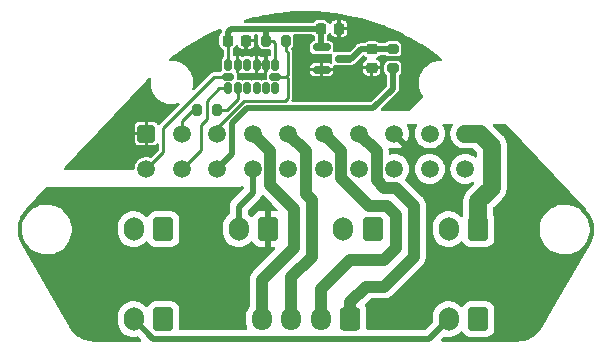
<source format=gbr>
%TF.GenerationSoftware,KiCad,Pcbnew,(6.0.4-0)*%
%TF.CreationDate,2022-03-28T23:15:47-05:00*%
%TF.ProjectId,Toolhead_PCB,546f6f6c-6865-4616-945f-5043422e6b69,rev?*%
%TF.SameCoordinates,Original*%
%TF.FileFunction,Copper,L2,Bot*%
%TF.FilePolarity,Positive*%
%FSLAX46Y46*%
G04 Gerber Fmt 4.6, Leading zero omitted, Abs format (unit mm)*
G04 Created by KiCad (PCBNEW (6.0.4-0)) date 2022-03-28 23:15:47*
%MOMM*%
%LPD*%
G01*
G04 APERTURE LIST*
G04 Aperture macros list*
%AMRoundRect*
0 Rectangle with rounded corners*
0 $1 Rounding radius*
0 $2 $3 $4 $5 $6 $7 $8 $9 X,Y pos of 4 corners*
0 Add a 4 corners polygon primitive as box body*
4,1,4,$2,$3,$4,$5,$6,$7,$8,$9,$2,$3,0*
0 Add four circle primitives for the rounded corners*
1,1,$1+$1,$2,$3*
1,1,$1+$1,$4,$5*
1,1,$1+$1,$6,$7*
1,1,$1+$1,$8,$9*
0 Add four rect primitives between the rounded corners*
20,1,$1+$1,$2,$3,$4,$5,0*
20,1,$1+$1,$4,$5,$6,$7,0*
20,1,$1+$1,$6,$7,$8,$9,0*
20,1,$1+$1,$8,$9,$2,$3,0*%
G04 Aperture macros list end*
%TA.AperFunction,ComponentPad*%
%ADD10RoundRect,0.250001X-0.499999X-0.499999X0.499999X-0.499999X0.499999X0.499999X-0.499999X0.499999X0*%
%TD*%
%TA.AperFunction,ComponentPad*%
%ADD11C,1.500000*%
%TD*%
%TA.AperFunction,ComponentPad*%
%ADD12RoundRect,0.250000X0.600000X0.750000X-0.600000X0.750000X-0.600000X-0.750000X0.600000X-0.750000X0*%
%TD*%
%TA.AperFunction,ComponentPad*%
%ADD13O,1.700000X2.000000*%
%TD*%
%TA.AperFunction,ComponentPad*%
%ADD14RoundRect,0.250000X0.600000X0.725000X-0.600000X0.725000X-0.600000X-0.725000X0.600000X-0.725000X0*%
%TD*%
%TA.AperFunction,ComponentPad*%
%ADD15O,1.700000X1.950000*%
%TD*%
%TA.AperFunction,SMDPad,CuDef*%
%ADD16RoundRect,0.225000X-0.225000X-0.250000X0.225000X-0.250000X0.225000X0.250000X-0.225000X0.250000X0*%
%TD*%
%TA.AperFunction,SMDPad,CuDef*%
%ADD17RoundRect,0.225000X-0.250000X0.225000X-0.250000X-0.225000X0.250000X-0.225000X0.250000X0.225000X0*%
%TD*%
%TA.AperFunction,SMDPad,CuDef*%
%ADD18RoundRect,0.150000X-0.150000X0.325000X-0.150000X-0.325000X0.150000X-0.325000X0.150000X0.325000X0*%
%TD*%
%TA.AperFunction,SMDPad,CuDef*%
%ADD19RoundRect,0.150000X-0.325000X0.150000X-0.325000X-0.150000X0.325000X-0.150000X0.325000X0.150000X0*%
%TD*%
%TA.AperFunction,SMDPad,CuDef*%
%ADD20RoundRect,0.200000X0.200000X0.275000X-0.200000X0.275000X-0.200000X-0.275000X0.200000X-0.275000X0*%
%TD*%
%TA.AperFunction,SMDPad,CuDef*%
%ADD21RoundRect,0.200000X0.275000X-0.200000X0.275000X0.200000X-0.275000X0.200000X-0.275000X-0.200000X0*%
%TD*%
%TA.AperFunction,SMDPad,CuDef*%
%ADD22RoundRect,0.150000X-0.587500X-0.150000X0.587500X-0.150000X0.587500X0.150000X-0.587500X0.150000X0*%
%TD*%
%TA.AperFunction,SMDPad,CuDef*%
%ADD23RoundRect,0.200000X-0.200000X-0.275000X0.200000X-0.275000X0.200000X0.275000X-0.200000X0.275000X0*%
%TD*%
%TA.AperFunction,ViaPad*%
%ADD24C,0.600000*%
%TD*%
%TA.AperFunction,Conductor*%
%ADD25C,0.500000*%
%TD*%
%TA.AperFunction,Conductor*%
%ADD26C,1.500000*%
%TD*%
%TA.AperFunction,Conductor*%
%ADD27C,1.000000*%
%TD*%
%TA.AperFunction,Conductor*%
%ADD28C,0.250000*%
%TD*%
G04 APERTURE END LIST*
D10*
%TO.P,J1,1,Pin_1*%
%TO.N,GND1*%
X86500000Y-91872000D03*
D11*
%TO.P,J1,2,Pin_2*%
%TO.N,/ADXL_SDO*%
X89500000Y-91872000D03*
%TO.P,J1,3,Pin_3*%
%TO.N,/ADXL_CS*%
X92500000Y-91872000D03*
%TO.P,J1,4,Pin_4*%
%TO.N,/Motor_A1*%
X95500000Y-91872000D03*
%TO.P,J1,5,Pin_5*%
%TO.N,/Motor_A2*%
X98500000Y-91872000D03*
%TO.P,J1,6,Pin_6*%
%TO.N,/Motor_B1*%
X101500000Y-91872000D03*
%TO.P,J1,7,Pin_7*%
%TO.N,/Motor_B2*%
X104500000Y-91872000D03*
%TO.P,J1,8,Pin_8*%
%TO.N,GND*%
X107500000Y-91872000D03*
%TO.P,J1,9,Pin_9*%
%TO.N,/Heater2*%
X110500000Y-91872000D03*
%TO.P,J1,10,Pin_10*%
%TO.N,/Heater1*%
X113500000Y-91872000D03*
%TO.P,J1,11,Pin_11*%
%TO.N,/ADXL_SCLK*%
X86500000Y-94872000D03*
%TO.P,J1,12,Pin_12*%
%TO.N,/ADXL_SDI*%
X89500000Y-94872000D03*
%TO.P,J1,13,Pin_13*%
%TO.N,VCC*%
X92500000Y-94872000D03*
%TO.P,J1,14,Pin_14*%
%TO.N,/Endstop_Sig*%
X95500000Y-94872000D03*
%TO.P,J1,15,Pin_15*%
%TO.N,/PartFan+*%
X98500000Y-94872000D03*
%TO.P,J1,16,Pin_16*%
%TO.N,/PartFan-*%
X101500000Y-94872000D03*
%TO.P,J1,17,Pin_17*%
%TO.N,/Hotend_Fan-*%
X104500000Y-94872000D03*
%TO.P,J1,18,Pin_18*%
%TO.N,/Hotend_Fan+*%
X107500000Y-94872000D03*
%TO.P,J1,19,Pin_19*%
%TO.N,/Thermistor_1*%
X110500000Y-94872000D03*
%TO.P,J1,20,Pin_20*%
%TO.N,/Thermistor_2*%
X113500000Y-94872000D03*
%TD*%
D12*
%TO.P,J7,1,Pin_1*%
%TO.N,GND*%
X96825000Y-99966000D03*
D13*
%TO.P,J7,2,Pin_2*%
%TO.N,/Endstop_Sig*%
X94325000Y-99966000D03*
%TD*%
D12*
%TO.P,J5,1,Pin_1*%
%TO.N,/Heater1*%
X114605000Y-99966000D03*
D13*
%TO.P,J5,2,Pin_2*%
%TO.N,/Heater2*%
X112105000Y-99966000D03*
%TD*%
D12*
%TO.P,J3,1,Pin_1*%
%TO.N,/Hotend_Fan-*%
X105675000Y-99966000D03*
D13*
%TO.P,J3,2,Pin_2*%
%TO.N,/Hotend_Fan+*%
X103175000Y-99966000D03*
%TD*%
D12*
%TO.P,J6,1,Pin_1*%
%TO.N,/Thermistor_1*%
X87935000Y-99966000D03*
D13*
%TO.P,J6,2,Pin_2*%
%TO.N,/Thermistor_2*%
X85435000Y-99966000D03*
%TD*%
D12*
%TO.P,J4,1,Pin_1*%
%TO.N,/PartFan-*%
X87935000Y-107586000D03*
D13*
%TO.P,J4,2,Pin_2*%
%TO.N,/PartFan+*%
X85435000Y-107586000D03*
%TD*%
D14*
%TO.P,J2,1,Pin_1*%
%TO.N,/Motor_B2*%
X103770000Y-107586000D03*
D15*
%TO.P,J2,2,Pin_2*%
%TO.N,/Motor_B1*%
X101270000Y-107586000D03*
%TO.P,J2,3,Pin_3*%
%TO.N,/Motor_A2*%
X98770000Y-107586000D03*
%TO.P,J2,4,Pin_4*%
%TO.N,/Motor_A1*%
X96270000Y-107586000D03*
%TD*%
D12*
%TO.P,J8,1,Pin_1*%
%TO.N,/PartFan-*%
X114605000Y-107586000D03*
D13*
%TO.P,J8,2,Pin_2*%
%TO.N,/PartFan+*%
X112105000Y-107586000D03*
%TD*%
D16*
%TO.P,C3,1*%
%TO.N,+3V3*%
X101257000Y-82982000D03*
%TO.P,C3,2*%
%TO.N,GND1*%
X102807000Y-82982000D03*
%TD*%
D17*
%TO.P,C1,1*%
%TO.N,Net-(C1-Pad1)*%
X105588000Y-84747000D03*
%TO.P,C1,2*%
%TO.N,GND1*%
X105588000Y-86297000D03*
%TD*%
D18*
%TO.P,U1,1,Vdd_I/O*%
%TO.N,+3V3*%
X93428000Y-86046000D03*
%TO.P,U1,2,GND*%
%TO.N,GND1*%
X94228000Y-86046000D03*
%TO.P,U1,3,RES*%
%TO.N,unconnected-(U1-Pad3)*%
X95028000Y-86046000D03*
%TO.P,U1,4,GND*%
%TO.N,GND1*%
X95828000Y-86046000D03*
%TO.P,U1,5,GND*%
X96628000Y-86046000D03*
%TO.P,U1,6,Vs*%
%TO.N,+3V3*%
X97428000Y-86046000D03*
D19*
%TO.P,U1,7,~{CS}*%
%TO.N,/ADXL_CS*%
X97428000Y-87046000D03*
D18*
%TO.P,U1,8,INT1*%
%TO.N,unconnected-(U1-Pad8)*%
X97428000Y-88046000D03*
%TO.P,U1,9,INT2*%
%TO.N,unconnected-(U1-Pad9)*%
X96628000Y-88046000D03*
%TO.P,U1,10,NC*%
%TO.N,unconnected-(U1-Pad10)*%
X95828000Y-88046000D03*
%TO.P,U1,11,RES*%
%TO.N,unconnected-(U1-Pad11)*%
X95028000Y-88046000D03*
%TO.P,U1,12,SDO/ADDR*%
%TO.N,Net-(R3-Pad2)*%
X94228000Y-88046000D03*
%TO.P,U1,13,SDA/SDI/SDIO*%
%TO.N,/ADXL_SDI*%
X93428000Y-88046000D03*
D19*
%TO.P,U1,14,SCL/SCLK*%
%TO.N,/ADXL_SCLK*%
X93428000Y-87046000D03*
%TD*%
D20*
%TO.P,R2,1*%
%TO.N,/ADXL_CS*%
X98285000Y-83998000D03*
%TO.P,R2,2*%
%TO.N,+3V3*%
X96635000Y-83998000D03*
%TD*%
D21*
%TO.P,R1,1*%
%TO.N,VCC*%
X107366000Y-86347000D03*
%TO.P,R1,2*%
%TO.N,Net-(C1-Pad1)*%
X107366000Y-84697000D03*
%TD*%
D16*
%TO.P,C4,1*%
%TO.N,+3V3*%
X93383000Y-83998000D03*
%TO.P,C4,2*%
%TO.N,GND1*%
X94933000Y-83998000D03*
%TD*%
D22*
%TO.P,U2,1,GND*%
%TO.N,GND1*%
X101348500Y-86472000D03*
%TO.P,U2,2,VO*%
%TO.N,+3V3*%
X101348500Y-84572000D03*
%TO.P,U2,3,VI*%
%TO.N,Net-(C1-Pad1)*%
X103223500Y-85522000D03*
%TD*%
D23*
%TO.P,R3,1*%
%TO.N,/ADXL_SDO*%
X90793000Y-89840000D03*
%TO.P,R3,2*%
%TO.N,Net-(R3-Pad2)*%
X92443000Y-89840000D03*
%TD*%
D24*
%TO.N,GND*%
X93000000Y-107500000D03*
X107000000Y-107500000D03*
X90985974Y-107496687D03*
X120447000Y-104538000D03*
X109000000Y-107500000D03*
X117780000Y-94251000D03*
X79807000Y-104792000D03*
X119685000Y-95648000D03*
%TO.N,GND1*%
X101778000Y-85522000D03*
X100000000Y-85522000D03*
X91491000Y-84633000D03*
X108636000Y-87427000D03*
X95682000Y-85014000D03*
X101524000Y-81839000D03*
X109500000Y-85500000D03*
X96444000Y-85014000D03*
X100889000Y-85522000D03*
X94920000Y-85014000D03*
X108636000Y-88824000D03*
X100000000Y-81839000D03*
X90500000Y-85500000D03*
X103937000Y-88062000D03*
X104572000Y-87427000D03*
X105588000Y-83617000D03*
X108636000Y-84633000D03*
X94158000Y-85014000D03*
X105588000Y-87427000D03*
X98476000Y-81839000D03*
X103937000Y-82982000D03*
X104572000Y-83617000D03*
%TD*%
D25*
%TO.N,/PartFan+*%
X87099480Y-109250480D02*
X110440520Y-109250480D01*
X110440520Y-109250480D02*
X112105000Y-107586000D01*
X85435000Y-107586000D02*
X87099480Y-109250480D01*
%TO.N,/Endstop_Sig*%
X95500000Y-96880000D02*
X95500000Y-94872000D01*
X94325000Y-98055000D02*
X95500000Y-96880000D01*
X94325000Y-99966000D02*
X94325000Y-98055000D01*
D26*
%TO.N,/Heater1*%
X114605000Y-99966000D02*
X114605000Y-97587000D01*
X115748000Y-92888000D02*
X114732000Y-91872000D01*
X114732000Y-91872000D02*
X113500000Y-91872000D01*
X114605000Y-97587000D02*
X115748000Y-96444000D01*
X115748000Y-96444000D02*
X115748000Y-92888000D01*
D27*
%TO.N,/Motor_B2*%
X105080000Y-104826000D02*
X106604000Y-104826000D01*
X106000489Y-93372489D02*
X106000489Y-95840489D01*
X106604000Y-104826000D02*
X109144000Y-102286000D01*
X106000489Y-93372489D02*
X104500000Y-91872000D01*
X103770000Y-107393480D02*
X103770000Y-106136000D01*
X103770000Y-106136000D02*
X105080000Y-104826000D01*
X109144000Y-102286000D02*
X109144000Y-97968000D01*
X106604000Y-96444000D02*
X106000489Y-95840489D01*
X109144000Y-97968000D02*
X107620000Y-96444000D01*
X107620000Y-96444000D02*
X106604000Y-96444000D01*
%TO.N,/Motor_B1*%
X107620000Y-98730000D02*
X107620000Y-101524000D01*
X106858000Y-97968000D02*
X107620000Y-98730000D01*
X106604000Y-102540000D02*
X103776000Y-102540000D01*
X101270000Y-105046000D02*
X101270000Y-107586000D01*
X103000489Y-95634489D02*
X105334000Y-97968000D01*
X107620000Y-101524000D02*
X106604000Y-102540000D01*
X103776000Y-102540000D02*
X101270000Y-105046000D01*
X105334000Y-97968000D02*
X106858000Y-97968000D01*
X101500000Y-91872000D02*
X103000489Y-93372489D01*
X103000489Y-93372489D02*
X103000489Y-95634489D01*
%TO.N,/Motor_A2*%
X99999511Y-93371511D02*
X99999511Y-96951511D01*
X99999511Y-93371511D02*
X98500000Y-91872000D01*
X98770000Y-107586000D02*
X98770000Y-104024000D01*
X100508000Y-102286000D02*
X100508000Y-97460000D01*
X98770000Y-104024000D02*
X100508000Y-102286000D01*
X100508000Y-97460000D02*
X99999511Y-96951511D01*
%TO.N,/Motor_A1*%
X96999511Y-93371511D02*
X96999511Y-96237511D01*
X96999511Y-96237511D02*
X98984000Y-98222000D01*
X95500000Y-91872000D02*
X96999511Y-93371511D01*
X98984000Y-101524000D02*
X96270000Y-104238000D01*
X98984000Y-98222000D02*
X98984000Y-101524000D01*
X96270000Y-104238000D02*
X96270000Y-107393480D01*
D25*
%TO.N,Net-(C1-Pad1)*%
X104633500Y-84747000D02*
X103858500Y-85522000D01*
X105588000Y-84747000D02*
X107316000Y-84747000D01*
X105588000Y-84747000D02*
X104633500Y-84747000D01*
%TO.N,+3V3*%
X96635000Y-83173000D02*
X96444000Y-82982000D01*
D28*
X97428000Y-84220000D02*
X97206000Y-83998000D01*
D25*
X93650000Y-82982000D02*
X96444000Y-82982000D01*
D28*
X93428000Y-86046000D02*
X93428000Y-84043000D01*
D25*
X96635000Y-83998000D02*
X96635000Y-83173000D01*
X101257000Y-82982000D02*
X101257000Y-84480500D01*
X96444000Y-82982000D02*
X101257000Y-82982000D01*
D28*
X97206000Y-83998000D02*
X96635000Y-83998000D01*
X97428000Y-86046000D02*
X97428000Y-84220000D01*
D25*
X93383000Y-83249000D02*
X93383000Y-83998000D01*
X93650000Y-82982000D02*
X93383000Y-83249000D01*
D28*
%TO.N,Net-(R3-Pad2)*%
X93324572Y-89840000D02*
X94228000Y-88936572D01*
X94228000Y-88936572D02*
X94228000Y-88046000D01*
X92443000Y-89840000D02*
X93324572Y-89840000D01*
%TO.N,/ADXL_SDI*%
X92650000Y-88046000D02*
X91618000Y-89078000D01*
X91618000Y-90602000D02*
X91110000Y-91110000D01*
X93428000Y-88046000D02*
X92650000Y-88046000D01*
X91618000Y-89078000D02*
X91618000Y-90602000D01*
X91110000Y-93262000D02*
X89500000Y-94872000D01*
X91110000Y-91110000D02*
X91110000Y-93262000D01*
%TO.N,/ADXL_SDO*%
X89500000Y-90815000D02*
X89500000Y-91872000D01*
X90793000Y-89840000D02*
X90475000Y-89840000D01*
X90475000Y-89840000D02*
X89500000Y-90815000D01*
%TO.N,/ADXL_CS*%
X98476000Y-88824000D02*
X98222000Y-89078000D01*
X97428000Y-87046000D02*
X98349000Y-87046000D01*
X98349000Y-87046000D02*
X98476000Y-87173000D01*
X94793000Y-89078000D02*
X92500000Y-91371000D01*
X98222000Y-89078000D02*
X94793000Y-89078000D01*
X98476000Y-87173000D02*
X98476000Y-88824000D01*
X98285000Y-83998000D02*
X98285000Y-84823000D01*
X98476000Y-85014000D02*
X98476000Y-86919000D01*
X98476000Y-86919000D02*
X98349000Y-87046000D01*
X98285000Y-84823000D02*
X98476000Y-85014000D01*
%TO.N,/ADXL_SCLK*%
X87935000Y-91364000D02*
X87935000Y-93437000D01*
X87935000Y-93437000D02*
X86500000Y-94872000D01*
X92253000Y-87046000D02*
X87935000Y-91364000D01*
X93428000Y-87046000D02*
X92253000Y-87046000D01*
D25*
%TO.N,VCC*%
X107366000Y-86347000D02*
X107366000Y-88062000D01*
X105715000Y-89713000D02*
X95047000Y-89713000D01*
X93777000Y-90983000D02*
X93777000Y-93595000D01*
X93777000Y-93595000D02*
X92500000Y-94872000D01*
X107366000Y-88062000D02*
X105715000Y-89713000D01*
X95047000Y-89713000D02*
X93777000Y-90983000D01*
%TD*%
%TA.AperFunction,Conductor*%
%TO.N,GND*%
G36*
X94659532Y-96307213D02*
G01*
X94716368Y-96349759D01*
X94741179Y-96416279D01*
X94741500Y-96425269D01*
X94741500Y-96513629D01*
X94721498Y-96581750D01*
X94704595Y-96602724D01*
X93836089Y-97471230D01*
X93821677Y-97483616D01*
X93810082Y-97492149D01*
X93810077Y-97492154D01*
X93804182Y-97496492D01*
X93799443Y-97502070D01*
X93799440Y-97502073D01*
X93769965Y-97536768D01*
X93763035Y-97544284D01*
X93757340Y-97549979D01*
X93755060Y-97552861D01*
X93739719Y-97572251D01*
X93736928Y-97575655D01*
X93694409Y-97625703D01*
X93689667Y-97631285D01*
X93686339Y-97637801D01*
X93682972Y-97642850D01*
X93679805Y-97647979D01*
X93675266Y-97653716D01*
X93644345Y-97719875D01*
X93642442Y-97723769D01*
X93609231Y-97788808D01*
X93607492Y-97795916D01*
X93605393Y-97801559D01*
X93603476Y-97807322D01*
X93600378Y-97813950D01*
X93598888Y-97821112D01*
X93598888Y-97821113D01*
X93585514Y-97885412D01*
X93584544Y-97889696D01*
X93567192Y-97960610D01*
X93566500Y-97971764D01*
X93566464Y-97971762D01*
X93566225Y-97975755D01*
X93565851Y-97979947D01*
X93564360Y-97987115D01*
X93564558Y-97994432D01*
X93566454Y-98064521D01*
X93566500Y-98067928D01*
X93566500Y-98618192D01*
X93546498Y-98686313D01*
X93520897Y-98713471D01*
X93521683Y-98714377D01*
X93424484Y-98798722D01*
X93347555Y-98865477D01*
X93328809Y-98888339D01*
X93204760Y-99039627D01*
X93204756Y-99039633D01*
X93201376Y-99043755D01*
X93087325Y-99244114D01*
X93008663Y-99460825D01*
X93007714Y-99466074D01*
X93007713Y-99466077D01*
X92968377Y-99683608D01*
X92968376Y-99683615D01*
X92967639Y-99687692D01*
X92966500Y-99711844D01*
X92966500Y-100173890D01*
X92981080Y-100345720D01*
X92982418Y-100350875D01*
X92982419Y-100350881D01*
X93037657Y-100563703D01*
X93038999Y-100568872D01*
X93133688Y-100779075D01*
X93262441Y-100970319D01*
X93266120Y-100974176D01*
X93266122Y-100974178D01*
X93327710Y-101038738D01*
X93421576Y-101137135D01*
X93606542Y-101274754D01*
X93611293Y-101277170D01*
X93611297Y-101277172D01*
X93692254Y-101318332D01*
X93812051Y-101379240D01*
X93817145Y-101380822D01*
X93817148Y-101380823D01*
X93966461Y-101427186D01*
X94032227Y-101447607D01*
X94037516Y-101448308D01*
X94255489Y-101477198D01*
X94255494Y-101477198D01*
X94260774Y-101477898D01*
X94266103Y-101477698D01*
X94266105Y-101477698D01*
X94375966Y-101473573D01*
X94491158Y-101469249D01*
X94496468Y-101468135D01*
X94614255Y-101443421D01*
X94716791Y-101421907D01*
X94721750Y-101419949D01*
X94721752Y-101419948D01*
X94926256Y-101339185D01*
X94926258Y-101339184D01*
X94931221Y-101337224D01*
X94954682Y-101322988D01*
X95107284Y-101230386D01*
X95128317Y-101217623D01*
X95168134Y-101183072D01*
X95298412Y-101070023D01*
X95298414Y-101070021D01*
X95302445Y-101066523D01*
X95325227Y-101038738D01*
X95332006Y-101030471D01*
X95390666Y-100990476D01*
X95461636Y-100988545D01*
X95522384Y-101025290D01*
X95536584Y-101044059D01*
X95623063Y-101183807D01*
X95632099Y-101195208D01*
X95746829Y-101309739D01*
X95758240Y-101318751D01*
X95896243Y-101403816D01*
X95909424Y-101409963D01*
X96063710Y-101461138D01*
X96077086Y-101464005D01*
X96171438Y-101473672D01*
X96177854Y-101474000D01*
X96552885Y-101474000D01*
X96568124Y-101469525D01*
X96569329Y-101468135D01*
X96571000Y-101460452D01*
X96571000Y-98476116D01*
X96566525Y-98460877D01*
X96565135Y-98459672D01*
X96557452Y-98458001D01*
X96177905Y-98458001D01*
X96171386Y-98458338D01*
X96075794Y-98468257D01*
X96062400Y-98471149D01*
X95908216Y-98522588D01*
X95895038Y-98528761D01*
X95757193Y-98614063D01*
X95745792Y-98623099D01*
X95631261Y-98737829D01*
X95622247Y-98749243D01*
X95536277Y-98888713D01*
X95483505Y-98936207D01*
X95413434Y-98947631D01*
X95348310Y-98919357D01*
X95337847Y-98909570D01*
X95337490Y-98909195D01*
X95228424Y-98794865D01*
X95134287Y-98724824D01*
X95091574Y-98668115D01*
X95083500Y-98623736D01*
X95083500Y-98421371D01*
X95103502Y-98353250D01*
X95120405Y-98332276D01*
X95988911Y-97463770D01*
X96003323Y-97451384D01*
X96014918Y-97442851D01*
X96014923Y-97442846D01*
X96020818Y-97438508D01*
X96025557Y-97432930D01*
X96025560Y-97432927D01*
X96055035Y-97398232D01*
X96061965Y-97390716D01*
X96067660Y-97385021D01*
X96081527Y-97367494D01*
X96085281Y-97362749D01*
X96088072Y-97359345D01*
X96130591Y-97309297D01*
X96130592Y-97309295D01*
X96135333Y-97303715D01*
X96138661Y-97297199D01*
X96142028Y-97292150D01*
X96145195Y-97287021D01*
X96149734Y-97281284D01*
X96180655Y-97215125D01*
X96182561Y-97211225D01*
X96191982Y-97192775D01*
X96215769Y-97146192D01*
X96217507Y-97139089D01*
X96218857Y-97135459D01*
X96261349Y-97078583D01*
X96327846Y-97053709D01*
X96397234Y-97068734D01*
X96426049Y-97090284D01*
X97137587Y-97801821D01*
X97579558Y-98243792D01*
X97613583Y-98306104D01*
X97608519Y-98376919D01*
X97565972Y-98433755D01*
X97499452Y-98458566D01*
X97481787Y-98458296D01*
X97481777Y-98458492D01*
X97472145Y-98458000D01*
X97097115Y-98458000D01*
X97081876Y-98462475D01*
X97080671Y-98463865D01*
X97079000Y-98471548D01*
X97079000Y-101455884D01*
X97083475Y-101471123D01*
X97084865Y-101472328D01*
X97092548Y-101473999D01*
X97303577Y-101473999D01*
X97371698Y-101494001D01*
X97418191Y-101547657D01*
X97428295Y-101617931D01*
X97398801Y-101682511D01*
X97392672Y-101689094D01*
X95600621Y-103481145D01*
X95590478Y-103490247D01*
X95560975Y-103513968D01*
X95528709Y-103552421D01*
X95525528Y-103556069D01*
X95523885Y-103557881D01*
X95521691Y-103560075D01*
X95494358Y-103593349D01*
X95493696Y-103594147D01*
X95433846Y-103665474D01*
X95431278Y-103670144D01*
X95427897Y-103674261D01*
X95418154Y-103692432D01*
X95384023Y-103756086D01*
X95383394Y-103757245D01*
X95341538Y-103833381D01*
X95341535Y-103833389D01*
X95338567Y-103838787D01*
X95336955Y-103843869D01*
X95334438Y-103848563D01*
X95307238Y-103937531D01*
X95306918Y-103938559D01*
X95278765Y-104027306D01*
X95278171Y-104032602D01*
X95276613Y-104037698D01*
X95272677Y-104076451D01*
X95267218Y-104130187D01*
X95267089Y-104131393D01*
X95261500Y-104181227D01*
X95261500Y-104184754D01*
X95261445Y-104185739D01*
X95260998Y-104191419D01*
X95256626Y-104234462D01*
X95257206Y-104240593D01*
X95260941Y-104280109D01*
X95261500Y-104291967D01*
X95261500Y-106503299D01*
X95241498Y-106571420D01*
X95232934Y-106583190D01*
X95149760Y-106684627D01*
X95149756Y-106684633D01*
X95146376Y-106688755D01*
X95143738Y-106693390D01*
X95143735Y-106693394D01*
X95089389Y-106788866D01*
X95032325Y-106889114D01*
X94953663Y-107105825D01*
X94952714Y-107111074D01*
X94952713Y-107111077D01*
X94913377Y-107328608D01*
X94913376Y-107328615D01*
X94912639Y-107332692D01*
X94911500Y-107356844D01*
X94911500Y-107768890D01*
X94913846Y-107796539D01*
X94923230Y-107907128D01*
X94926080Y-107940720D01*
X94927418Y-107945875D01*
X94927419Y-107945881D01*
X94933908Y-107970881D01*
X94983999Y-108163872D01*
X94986191Y-108168738D01*
X94986192Y-108168741D01*
X95051730Y-108314230D01*
X95061471Y-108384555D01*
X95031646Y-108448983D01*
X94971722Y-108487058D01*
X94936848Y-108491980D01*
X89419500Y-108491980D01*
X89351379Y-108471978D01*
X89304886Y-108418322D01*
X89293500Y-108365980D01*
X89293500Y-106785600D01*
X89287553Y-106728284D01*
X89283238Y-106686692D01*
X89283237Y-106686688D01*
X89282526Y-106679834D01*
X89278710Y-106668394D01*
X89228868Y-106519002D01*
X89226550Y-106512054D01*
X89133478Y-106361652D01*
X89008303Y-106236695D01*
X88984097Y-106221774D01*
X88863968Y-106147725D01*
X88863966Y-106147724D01*
X88857738Y-106143885D01*
X88777995Y-106117436D01*
X88696389Y-106090368D01*
X88696387Y-106090368D01*
X88689861Y-106088203D01*
X88683025Y-106087503D01*
X88683022Y-106087502D01*
X88639969Y-106083091D01*
X88585400Y-106077500D01*
X87284600Y-106077500D01*
X87281354Y-106077837D01*
X87281350Y-106077837D01*
X87185692Y-106087762D01*
X87185688Y-106087763D01*
X87178834Y-106088474D01*
X87172298Y-106090655D01*
X87172296Y-106090655D01*
X87133220Y-106103692D01*
X87011054Y-106144450D01*
X86860652Y-106237522D01*
X86735695Y-106362697D01*
X86649027Y-106503299D01*
X86645920Y-106508339D01*
X86593148Y-106555832D01*
X86523076Y-106567256D01*
X86457952Y-106538982D01*
X86447490Y-106529195D01*
X86342103Y-106418722D01*
X86338424Y-106414865D01*
X86300505Y-106386652D01*
X86157740Y-106280432D01*
X86157741Y-106280432D01*
X86153458Y-106277246D01*
X86148707Y-106274830D01*
X86148703Y-106274828D01*
X86050703Y-106225003D01*
X85947949Y-106172760D01*
X85942855Y-106171178D01*
X85942852Y-106171177D01*
X85732871Y-106105976D01*
X85727773Y-106104393D01*
X85722484Y-106103692D01*
X85504511Y-106074802D01*
X85504506Y-106074802D01*
X85499226Y-106074102D01*
X85493897Y-106074302D01*
X85493895Y-106074302D01*
X85384034Y-106078426D01*
X85268842Y-106082751D01*
X85263623Y-106083846D01*
X85241566Y-106088474D01*
X85043209Y-106130093D01*
X85038250Y-106132051D01*
X85038248Y-106132052D01*
X84833744Y-106212815D01*
X84833742Y-106212816D01*
X84828779Y-106214776D01*
X84824220Y-106217543D01*
X84824217Y-106217544D01*
X84725832Y-106277246D01*
X84631683Y-106334377D01*
X84627653Y-106337874D01*
X84534484Y-106418722D01*
X84457555Y-106485477D01*
X84438809Y-106508339D01*
X84314760Y-106659627D01*
X84314756Y-106659633D01*
X84311376Y-106663755D01*
X84308737Y-106668391D01*
X84308735Y-106668394D01*
X84279218Y-106720248D01*
X84197325Y-106864114D01*
X84118663Y-107080825D01*
X84117714Y-107086074D01*
X84117713Y-107086077D01*
X84078377Y-107303608D01*
X84078376Y-107303615D01*
X84077639Y-107307692D01*
X84077444Y-107311837D01*
X84076653Y-107328608D01*
X84076500Y-107331844D01*
X84076500Y-107793890D01*
X84082178Y-107860809D01*
X84089397Y-107945881D01*
X84091080Y-107965720D01*
X84092418Y-107970875D01*
X84092419Y-107970881D01*
X84142510Y-108163872D01*
X84148999Y-108188872D01*
X84151191Y-108193738D01*
X84151192Y-108193741D01*
X84183339Y-108265105D01*
X84243688Y-108399075D01*
X84372441Y-108590319D01*
X84376120Y-108594176D01*
X84376122Y-108594178D01*
X84437710Y-108658738D01*
X84531576Y-108757135D01*
X84716542Y-108894754D01*
X84721293Y-108897170D01*
X84721297Y-108897172D01*
X84784481Y-108929296D01*
X84922051Y-108999240D01*
X84927145Y-109000822D01*
X84927148Y-109000823D01*
X85109342Y-109057396D01*
X85142227Y-109067607D01*
X85147516Y-109068308D01*
X85365489Y-109097198D01*
X85365494Y-109097198D01*
X85370774Y-109097898D01*
X85376103Y-109097698D01*
X85376105Y-109097698D01*
X85485966Y-109093574D01*
X85601158Y-109089249D01*
X85752968Y-109057396D01*
X85823742Y-109062983D01*
X85867935Y-109091616D01*
X86052724Y-109276405D01*
X86086750Y-109338717D01*
X86081685Y-109409532D01*
X86039138Y-109466368D01*
X85972618Y-109491179D01*
X85963629Y-109491500D01*
X82170825Y-109491500D01*
X82151437Y-109489999D01*
X82136611Y-109487690D01*
X82136604Y-109487690D01*
X82127736Y-109486309D01*
X82118834Y-109487473D01*
X82118832Y-109487473D01*
X82110126Y-109488611D01*
X82086464Y-109489461D01*
X81994641Y-109484112D01*
X81839530Y-109475075D01*
X81824992Y-109473375D01*
X81554107Y-109425606D01*
X81539864Y-109422231D01*
X81432020Y-109389943D01*
X81276359Y-109343338D01*
X81262591Y-109338327D01*
X81119043Y-109276405D01*
X81010014Y-109229373D01*
X80996936Y-109222804D01*
X80758730Y-109085272D01*
X80746493Y-109077224D01*
X80733576Y-109067607D01*
X80525859Y-108912964D01*
X80514636Y-108903547D01*
X80501940Y-108891568D01*
X80421337Y-108815521D01*
X80314565Y-108714784D01*
X80304511Y-108704127D01*
X80286275Y-108682394D01*
X80127709Y-108493419D01*
X80118966Y-108481674D01*
X79986939Y-108280932D01*
X79974701Y-108257163D01*
X79974626Y-108256969D01*
X79974624Y-108256966D01*
X79971385Y-108248593D01*
X79952027Y-108223319D01*
X79942938Y-108209703D01*
X79177815Y-106884471D01*
X75946928Y-101288411D01*
X75938536Y-101270876D01*
X75933156Y-101256970D01*
X75933156Y-101256969D01*
X75929917Y-101248598D01*
X75919101Y-101234477D01*
X75906546Y-101214433D01*
X75890789Y-101183072D01*
X75795868Y-100994147D01*
X75790079Y-100980739D01*
X75787688Y-100974178D01*
X75696145Y-100723066D01*
X75691947Y-100709079D01*
X75689546Y-100698984D01*
X75628472Y-100442263D01*
X75625920Y-100427879D01*
X75624220Y-100413478D01*
X75596240Y-100176539D01*
X75593757Y-100155508D01*
X75592888Y-100140924D01*
X75592875Y-100132703D01*
X75970743Y-100132703D01*
X76008268Y-100417734D01*
X76009401Y-100421874D01*
X76009401Y-100421876D01*
X76019450Y-100458608D01*
X76084129Y-100695036D01*
X76085813Y-100698984D01*
X76161910Y-100877389D01*
X76196923Y-100959476D01*
X76215476Y-100990476D01*
X76338006Y-101195208D01*
X76344561Y-101206161D01*
X76524313Y-101430528D01*
X76574020Y-101477698D01*
X76721795Y-101617931D01*
X76732851Y-101628423D01*
X76823319Y-101693431D01*
X76958342Y-101790455D01*
X76966317Y-101796186D01*
X76970112Y-101798195D01*
X76970113Y-101798196D01*
X76991869Y-101809715D01*
X77220392Y-101930712D01*
X77490373Y-102029511D01*
X77771264Y-102090755D01*
X77799841Y-102093004D01*
X77994282Y-102108307D01*
X77994291Y-102108307D01*
X77996739Y-102108500D01*
X78152271Y-102108500D01*
X78154407Y-102108354D01*
X78154418Y-102108354D01*
X78362548Y-102094165D01*
X78362554Y-102094164D01*
X78366825Y-102093873D01*
X78371020Y-102093004D01*
X78371022Y-102093004D01*
X78507584Y-102064723D01*
X78648342Y-102035574D01*
X78919343Y-101939607D01*
X79007362Y-101894177D01*
X79171005Y-101809715D01*
X79171006Y-101809715D01*
X79174812Y-101807750D01*
X79178313Y-101805289D01*
X79178317Y-101805287D01*
X79333910Y-101695934D01*
X79410023Y-101642441D01*
X79587092Y-101477898D01*
X79617479Y-101449661D01*
X79617481Y-101449658D01*
X79620622Y-101446740D01*
X79802713Y-101224268D01*
X79945730Y-100990886D01*
X79950686Y-100982799D01*
X79952927Y-100979142D01*
X80068483Y-100715898D01*
X80070426Y-100709079D01*
X80146068Y-100443534D01*
X80147244Y-100439406D01*
X80185032Y-100173890D01*
X84076500Y-100173890D01*
X84091080Y-100345720D01*
X84092418Y-100350875D01*
X84092419Y-100350881D01*
X84147657Y-100563703D01*
X84148999Y-100568872D01*
X84243688Y-100779075D01*
X84372441Y-100970319D01*
X84376120Y-100974176D01*
X84376122Y-100974178D01*
X84437710Y-101038738D01*
X84531576Y-101137135D01*
X84716542Y-101274754D01*
X84721293Y-101277170D01*
X84721297Y-101277172D01*
X84802254Y-101318332D01*
X84922051Y-101379240D01*
X84927145Y-101380822D01*
X84927148Y-101380823D01*
X85076461Y-101427186D01*
X85142227Y-101447607D01*
X85147516Y-101448308D01*
X85365489Y-101477198D01*
X85365494Y-101477198D01*
X85370774Y-101477898D01*
X85376103Y-101477698D01*
X85376105Y-101477698D01*
X85485966Y-101473573D01*
X85601158Y-101469249D01*
X85606468Y-101468135D01*
X85724255Y-101443421D01*
X85826791Y-101421907D01*
X85831750Y-101419949D01*
X85831752Y-101419948D01*
X86036256Y-101339185D01*
X86036258Y-101339184D01*
X86041221Y-101337224D01*
X86064682Y-101322988D01*
X86217284Y-101230386D01*
X86238317Y-101217623D01*
X86278134Y-101183072D01*
X86408412Y-101070023D01*
X86408414Y-101070021D01*
X86412445Y-101066523D01*
X86441670Y-101030880D01*
X86500329Y-100990886D01*
X86571299Y-100988954D01*
X86632048Y-101025698D01*
X86646248Y-101044468D01*
X86657340Y-101062392D01*
X86736522Y-101190348D01*
X86861697Y-101315305D01*
X86867927Y-101319145D01*
X86867928Y-101319146D01*
X87005288Y-101403816D01*
X87012262Y-101408115D01*
X87092005Y-101434564D01*
X87173611Y-101461632D01*
X87173613Y-101461632D01*
X87180139Y-101463797D01*
X87186975Y-101464497D01*
X87186978Y-101464498D01*
X87222663Y-101468154D01*
X87284600Y-101474500D01*
X88585400Y-101474500D01*
X88588646Y-101474163D01*
X88588650Y-101474163D01*
X88684308Y-101464238D01*
X88684312Y-101464237D01*
X88691166Y-101463526D01*
X88697702Y-101461345D01*
X88697704Y-101461345D01*
X88829806Y-101417272D01*
X88858946Y-101407550D01*
X89009348Y-101314478D01*
X89134305Y-101189303D01*
X89166462Y-101137135D01*
X89223275Y-101044968D01*
X89223276Y-101044966D01*
X89227115Y-101038738D01*
X89282797Y-100870861D01*
X89293500Y-100766400D01*
X89293500Y-99165600D01*
X89292185Y-99152925D01*
X89283238Y-99066692D01*
X89283237Y-99066688D01*
X89282526Y-99059834D01*
X89278710Y-99048394D01*
X89228868Y-98899002D01*
X89226550Y-98892054D01*
X89133478Y-98741652D01*
X89008303Y-98616695D01*
X89001525Y-98612517D01*
X88863968Y-98527725D01*
X88863966Y-98527724D01*
X88857738Y-98523885D01*
X88777995Y-98497436D01*
X88696389Y-98470368D01*
X88696387Y-98470368D01*
X88689861Y-98468203D01*
X88683025Y-98467503D01*
X88683022Y-98467502D01*
X88639969Y-98463091D01*
X88585400Y-98457500D01*
X87284600Y-98457500D01*
X87281354Y-98457837D01*
X87281350Y-98457837D01*
X87185692Y-98467762D01*
X87185688Y-98467763D01*
X87178834Y-98468474D01*
X87172298Y-98470655D01*
X87172296Y-98470655D01*
X87155928Y-98476116D01*
X87011054Y-98524450D01*
X86860652Y-98617522D01*
X86735695Y-98742697D01*
X86731855Y-98748927D01*
X86731854Y-98748928D01*
X86724514Y-98760836D01*
X86657769Y-98869117D01*
X86645920Y-98888339D01*
X86593148Y-98935832D01*
X86523076Y-98947256D01*
X86457952Y-98918982D01*
X86447490Y-98909195D01*
X86380189Y-98838646D01*
X86338424Y-98794865D01*
X86332547Y-98790492D01*
X86157740Y-98660432D01*
X86157741Y-98660432D01*
X86153458Y-98657246D01*
X86148707Y-98654830D01*
X86148703Y-98654828D01*
X85987392Y-98572814D01*
X85947949Y-98552760D01*
X85942855Y-98551178D01*
X85942852Y-98551177D01*
X85732871Y-98485976D01*
X85727773Y-98484393D01*
X85722484Y-98483692D01*
X85504511Y-98454802D01*
X85504506Y-98454802D01*
X85499226Y-98454102D01*
X85493897Y-98454302D01*
X85493895Y-98454302D01*
X85395368Y-98458001D01*
X85268842Y-98462751D01*
X85263623Y-98463846D01*
X85242600Y-98468257D01*
X85043209Y-98510093D01*
X85038250Y-98512051D01*
X85038248Y-98512052D01*
X84833744Y-98592815D01*
X84833742Y-98592816D01*
X84828779Y-98594776D01*
X84824220Y-98597543D01*
X84824217Y-98597544D01*
X84725832Y-98657246D01*
X84631683Y-98714377D01*
X84627653Y-98717874D01*
X84534484Y-98798722D01*
X84457555Y-98865477D01*
X84438809Y-98888339D01*
X84314760Y-99039627D01*
X84314756Y-99039633D01*
X84311376Y-99043755D01*
X84197325Y-99244114D01*
X84118663Y-99460825D01*
X84117714Y-99466074D01*
X84117713Y-99466077D01*
X84078377Y-99683608D01*
X84078376Y-99683615D01*
X84077639Y-99687692D01*
X84076500Y-99711844D01*
X84076500Y-100173890D01*
X80185032Y-100173890D01*
X80187146Y-100159036D01*
X80187146Y-100159034D01*
X80187751Y-100154784D01*
X80187786Y-100148244D01*
X80189235Y-99871583D01*
X80189235Y-99871576D01*
X80189257Y-99867297D01*
X80187254Y-99852078D01*
X80166157Y-99691837D01*
X80151732Y-99582266D01*
X80149019Y-99572347D01*
X80077003Y-99309103D01*
X80075871Y-99304964D01*
X80015041Y-99162350D01*
X79964763Y-99044476D01*
X79964761Y-99044472D01*
X79963077Y-99040524D01*
X79878378Y-98899002D01*
X79817643Y-98797521D01*
X79817640Y-98797517D01*
X79815439Y-98793839D01*
X79635687Y-98569472D01*
X79479621Y-98421371D01*
X79430258Y-98374527D01*
X79430255Y-98374525D01*
X79427149Y-98371577D01*
X79193683Y-98203814D01*
X79171843Y-98192250D01*
X79148654Y-98179972D01*
X78939608Y-98069288D01*
X78794626Y-98016232D01*
X78673658Y-97971964D01*
X78673656Y-97971963D01*
X78669627Y-97970489D01*
X78388736Y-97909245D01*
X78357685Y-97906801D01*
X78165718Y-97891693D01*
X78165709Y-97891693D01*
X78163261Y-97891500D01*
X78007729Y-97891500D01*
X78005593Y-97891646D01*
X78005582Y-97891646D01*
X77797452Y-97905835D01*
X77797446Y-97905836D01*
X77793175Y-97906127D01*
X77788980Y-97906996D01*
X77788978Y-97906996D01*
X77709423Y-97923471D01*
X77511658Y-97964426D01*
X77240657Y-98060393D01*
X76985188Y-98192250D01*
X76981687Y-98194711D01*
X76981683Y-98194713D01*
X76971594Y-98201804D01*
X76749977Y-98357559D01*
X76737470Y-98369181D01*
X76542666Y-98550205D01*
X76539378Y-98553260D01*
X76357287Y-98775732D01*
X76207073Y-99020858D01*
X76205347Y-99024791D01*
X76205346Y-99024792D01*
X76192834Y-99053296D01*
X76091517Y-99284102D01*
X76012756Y-99560594D01*
X75972249Y-99845216D01*
X75972227Y-99849505D01*
X75972226Y-99849512D01*
X75970835Y-100115062D01*
X75970743Y-100132703D01*
X75592875Y-100132703D01*
X75592469Y-99866665D01*
X75593294Y-99852079D01*
X75602685Y-99770410D01*
X75624626Y-99579609D01*
X75627131Y-99565230D01*
X75689792Y-99298224D01*
X75693948Y-99284220D01*
X75763705Y-99091033D01*
X75787100Y-99026245D01*
X75792848Y-99012820D01*
X75792849Y-99012819D01*
X75897561Y-98802814D01*
X75915228Y-98767383D01*
X75922494Y-98754709D01*
X76029439Y-98590959D01*
X76072462Y-98525084D01*
X76081142Y-98513341D01*
X76115958Y-98471548D01*
X76234280Y-98329512D01*
X76253465Y-98310911D01*
X76253791Y-98310656D01*
X76260868Y-98305121D01*
X76279433Y-98279257D01*
X76289820Y-98266609D01*
X78021967Y-96416876D01*
X78083130Y-96380825D01*
X78113938Y-96377000D01*
X94500000Y-96377000D01*
X94500000Y-96369206D01*
X94519389Y-96346830D01*
X94520201Y-96347534D01*
X94526404Y-96336174D01*
X94588716Y-96302149D01*
X94659532Y-96307213D01*
G37*
%TD.AperFunction*%
%TA.AperFunction,Conductor*%
G36*
X109382809Y-91045002D02*
G01*
X109429302Y-91098658D01*
X109439406Y-91168932D01*
X109417901Y-91223270D01*
X109405944Y-91240347D01*
X109403621Y-91245329D01*
X109403618Y-91245334D01*
X109392864Y-91268397D01*
X109312880Y-91439924D01*
X109255885Y-91652629D01*
X109236693Y-91872000D01*
X109255885Y-92091371D01*
X109312880Y-92304076D01*
X109331528Y-92344066D01*
X109403618Y-92498666D01*
X109403621Y-92498671D01*
X109405944Y-92503653D01*
X109409096Y-92508154D01*
X109409101Y-92508162D01*
X109523500Y-92671540D01*
X109532251Y-92684038D01*
X109687962Y-92839749D01*
X109692471Y-92842906D01*
X109692473Y-92842908D01*
X109719565Y-92861878D01*
X109868346Y-92966056D01*
X110067924Y-93059120D01*
X110280629Y-93116115D01*
X110500000Y-93135307D01*
X110719371Y-93116115D01*
X110932076Y-93059120D01*
X111131654Y-92966056D01*
X111280435Y-92861878D01*
X111307527Y-92842908D01*
X111307529Y-92842906D01*
X111312038Y-92839749D01*
X111467749Y-92684038D01*
X111476501Y-92671540D01*
X111590899Y-92508162D01*
X111590904Y-92508154D01*
X111594056Y-92503653D01*
X111596379Y-92498671D01*
X111596382Y-92498666D01*
X111668472Y-92344066D01*
X111687120Y-92304076D01*
X111744115Y-92091371D01*
X111763307Y-91872000D01*
X111744115Y-91652629D01*
X111687120Y-91439924D01*
X111607136Y-91268397D01*
X111596382Y-91245334D01*
X111596379Y-91245329D01*
X111594056Y-91240347D01*
X111582099Y-91223270D01*
X111559411Y-91155998D01*
X111576695Y-91087137D01*
X111628465Y-91038553D01*
X111685312Y-91025000D01*
X112314688Y-91025000D01*
X112382809Y-91045002D01*
X112429302Y-91098658D01*
X112439406Y-91168932D01*
X112417901Y-91223270D01*
X112405944Y-91240347D01*
X112403619Y-91245334D01*
X112400868Y-91250098D01*
X112400666Y-91249981D01*
X112397435Y-91255702D01*
X112395838Y-91258607D01*
X112392710Y-91263262D01*
X112390456Y-91268397D01*
X112352361Y-91355181D01*
X112351191Y-91357766D01*
X112312880Y-91439924D01*
X112311457Y-91445235D01*
X112309576Y-91450403D01*
X112309544Y-91450391D01*
X112305454Y-91462036D01*
X112302412Y-91468967D01*
X112279649Y-91563779D01*
X112278861Y-91566883D01*
X112255885Y-91652629D01*
X112255406Y-91658106D01*
X112255405Y-91658111D01*
X112255306Y-91659245D01*
X112252303Y-91677684D01*
X112249968Y-91687411D01*
X112249645Y-91693016D01*
X112244522Y-91781873D01*
X112244255Y-91785564D01*
X112236693Y-91872000D01*
X112237483Y-91881030D01*
X112237754Y-91899259D01*
X112237037Y-91911690D01*
X112246185Y-91987281D01*
X112248076Y-92002911D01*
X112248509Y-92007059D01*
X112255885Y-92091371D01*
X112258857Y-92102462D01*
X112262234Y-92119917D01*
X112264025Y-92134715D01*
X112277070Y-92177119D01*
X112290279Y-92220055D01*
X112291555Y-92224492D01*
X112310730Y-92296051D01*
X112312880Y-92304076D01*
X112315205Y-92309061D01*
X112318750Y-92316664D01*
X112324982Y-92332858D01*
X112330082Y-92349435D01*
X112369841Y-92426465D01*
X112372052Y-92430970D01*
X112391714Y-92473135D01*
X112405944Y-92503653D01*
X112415293Y-92517004D01*
X112424043Y-92531482D01*
X112433118Y-92549064D01*
X112436529Y-92553509D01*
X112436530Y-92553511D01*
X112484303Y-92615770D01*
X112487553Y-92620203D01*
X112523500Y-92671540D01*
X112532251Y-92684038D01*
X112545472Y-92697259D01*
X112556340Y-92709651D01*
X112566462Y-92722843D01*
X112566469Y-92722851D01*
X112569877Y-92727292D01*
X112629826Y-92781841D01*
X112630185Y-92782168D01*
X112634480Y-92786267D01*
X112687962Y-92839749D01*
X112692464Y-92842902D01*
X112692473Y-92842909D01*
X112705263Y-92851865D01*
X112717784Y-92861878D01*
X112724235Y-92867747D01*
X112736036Y-92878485D01*
X112740787Y-92881465D01*
X112740788Y-92881466D01*
X112802923Y-92920443D01*
X112808239Y-92923968D01*
X112863838Y-92962900D01*
X112863843Y-92962903D01*
X112868346Y-92966056D01*
X112887608Y-92975038D01*
X112889673Y-92976001D01*
X112903375Y-92983456D01*
X112926344Y-92997864D01*
X112931544Y-92999954D01*
X112931549Y-92999957D01*
X112997254Y-93026370D01*
X113003506Y-93029082D01*
X113067924Y-93059120D01*
X113092988Y-93065836D01*
X113107349Y-93070628D01*
X113134783Y-93081656D01*
X113140272Y-93082793D01*
X113140276Y-93082794D01*
X113189447Y-93092977D01*
X113207156Y-93096644D01*
X113214212Y-93098319D01*
X113275304Y-93114689D01*
X113275313Y-93114691D01*
X113280629Y-93116115D01*
X113308359Y-93118541D01*
X113308859Y-93118585D01*
X113323426Y-93120723D01*
X113350240Y-93126276D01*
X113350246Y-93126277D01*
X113354767Y-93127213D01*
X113359378Y-93127479D01*
X113359379Y-93127479D01*
X113409952Y-93130395D01*
X113409956Y-93130395D01*
X113411775Y-93130500D01*
X113439548Y-93130500D01*
X113450529Y-93130979D01*
X113500000Y-93135307D01*
X113505475Y-93134828D01*
X113549471Y-93130979D01*
X113560452Y-93130500D01*
X114158523Y-93130500D01*
X114226644Y-93150502D01*
X114247618Y-93167405D01*
X114452595Y-93372382D01*
X114486621Y-93434694D01*
X114489500Y-93461477D01*
X114489500Y-93786467D01*
X114469498Y-93854588D01*
X114415842Y-93901081D01*
X114345568Y-93911185D01*
X114291229Y-93889680D01*
X114180749Y-93812321D01*
X114131654Y-93777944D01*
X113932076Y-93684880D01*
X113719371Y-93627885D01*
X113500000Y-93608693D01*
X113280629Y-93627885D01*
X113067924Y-93684880D01*
X112974562Y-93728415D01*
X112873334Y-93775618D01*
X112873329Y-93775621D01*
X112868347Y-93777944D01*
X112863840Y-93781100D01*
X112863838Y-93781101D01*
X112692473Y-93901092D01*
X112692470Y-93901094D01*
X112687962Y-93904251D01*
X112532251Y-94059962D01*
X112529094Y-94064470D01*
X112529092Y-94064473D01*
X112504202Y-94100020D01*
X112405944Y-94240347D01*
X112403621Y-94245329D01*
X112403618Y-94245334D01*
X112356415Y-94346562D01*
X112312880Y-94439924D01*
X112255885Y-94652629D01*
X112236693Y-94872000D01*
X112255885Y-95091371D01*
X112312880Y-95304076D01*
X112315205Y-95309061D01*
X112403618Y-95498666D01*
X112403621Y-95498671D01*
X112405944Y-95503653D01*
X112409100Y-95508160D01*
X112409101Y-95508162D01*
X112510500Y-95652974D01*
X112532251Y-95684038D01*
X112687962Y-95839749D01*
X112868346Y-95966056D01*
X113067924Y-96059120D01*
X113280629Y-96116115D01*
X113500000Y-96135307D01*
X113719371Y-96116115D01*
X113932076Y-96059120D01*
X113937058Y-96056797D01*
X113937066Y-96056794D01*
X114073320Y-95993258D01*
X114143511Y-95982597D01*
X114208324Y-96011577D01*
X114247180Y-96070997D01*
X114247743Y-96141992D01*
X114215665Y-96196548D01*
X113995933Y-96416279D01*
X113779733Y-96632479D01*
X113767342Y-96643346D01*
X113749708Y-96656877D01*
X113745935Y-96661023D01*
X113745930Y-96661028D01*
X113694851Y-96717164D01*
X113690753Y-96721459D01*
X113674802Y-96737410D01*
X113673007Y-96739557D01*
X113673005Y-96739559D01*
X113658068Y-96757423D01*
X113654600Y-96761398D01*
X113602288Y-96818888D01*
X113602281Y-96818897D01*
X113598515Y-96823036D01*
X113595538Y-96827782D01*
X113595537Y-96827783D01*
X113588987Y-96838225D01*
X113578911Y-96852093D01*
X113571004Y-96861549D01*
X113570997Y-96861559D01*
X113567406Y-96865854D01*
X113526118Y-96938240D01*
X113523413Y-96942759D01*
X113513744Y-96958174D01*
X113503264Y-96974881D01*
X113479136Y-97013344D01*
X113477043Y-97018549D01*
X113477042Y-97018552D01*
X113472448Y-97029979D01*
X113464988Y-97045411D01*
X113458880Y-97056119D01*
X113458876Y-97056128D01*
X113456101Y-97060993D01*
X113454232Y-97066270D01*
X113454230Y-97066275D01*
X113428285Y-97139542D01*
X113426420Y-97144478D01*
X113395344Y-97221783D01*
X113394208Y-97227270D01*
X113394207Y-97227272D01*
X113391706Y-97239349D01*
X113387101Y-97255844D01*
X113381111Y-97272759D01*
X113374742Y-97311649D01*
X113367644Y-97354995D01*
X113366683Y-97360177D01*
X113349787Y-97441767D01*
X113349521Y-97446379D01*
X113349521Y-97446380D01*
X113348185Y-97469548D01*
X113346738Y-97482653D01*
X113345714Y-97488910D01*
X113344806Y-97494457D01*
X113344894Y-97500070D01*
X113344894Y-97500072D01*
X113346484Y-97601264D01*
X113346500Y-97603243D01*
X113346500Y-98803015D01*
X113327760Y-98869131D01*
X113315920Y-98888339D01*
X113263148Y-98935832D01*
X113193076Y-98947256D01*
X113127952Y-98918982D01*
X113117490Y-98909195D01*
X113050189Y-98838646D01*
X113008424Y-98794865D01*
X113002547Y-98790492D01*
X112827740Y-98660432D01*
X112827741Y-98660432D01*
X112823458Y-98657246D01*
X112818707Y-98654830D01*
X112818703Y-98654828D01*
X112657392Y-98572814D01*
X112617949Y-98552760D01*
X112612855Y-98551178D01*
X112612852Y-98551177D01*
X112402871Y-98485976D01*
X112397773Y-98484393D01*
X112392484Y-98483692D01*
X112174511Y-98454802D01*
X112174506Y-98454802D01*
X112169226Y-98454102D01*
X112163897Y-98454302D01*
X112163895Y-98454302D01*
X112065368Y-98458001D01*
X111938842Y-98462751D01*
X111933623Y-98463846D01*
X111912600Y-98468257D01*
X111713209Y-98510093D01*
X111708250Y-98512051D01*
X111708248Y-98512052D01*
X111503744Y-98592815D01*
X111503742Y-98592816D01*
X111498779Y-98594776D01*
X111494220Y-98597543D01*
X111494217Y-98597544D01*
X111395832Y-98657246D01*
X111301683Y-98714377D01*
X111297653Y-98717874D01*
X111204484Y-98798722D01*
X111127555Y-98865477D01*
X111108809Y-98888339D01*
X110984760Y-99039627D01*
X110984756Y-99039633D01*
X110981376Y-99043755D01*
X110867325Y-99244114D01*
X110788663Y-99460825D01*
X110787714Y-99466074D01*
X110787713Y-99466077D01*
X110748377Y-99683608D01*
X110748376Y-99683615D01*
X110747639Y-99687692D01*
X110746500Y-99711844D01*
X110746500Y-100173890D01*
X110761080Y-100345720D01*
X110762418Y-100350875D01*
X110762419Y-100350881D01*
X110817657Y-100563703D01*
X110818999Y-100568872D01*
X110913688Y-100779075D01*
X111042441Y-100970319D01*
X111046120Y-100974176D01*
X111046122Y-100974178D01*
X111107710Y-101038738D01*
X111201576Y-101137135D01*
X111386542Y-101274754D01*
X111391293Y-101277170D01*
X111391297Y-101277172D01*
X111472254Y-101318332D01*
X111592051Y-101379240D01*
X111597145Y-101380822D01*
X111597148Y-101380823D01*
X111746461Y-101427186D01*
X111812227Y-101447607D01*
X111817516Y-101448308D01*
X112035489Y-101477198D01*
X112035494Y-101477198D01*
X112040774Y-101477898D01*
X112046103Y-101477698D01*
X112046105Y-101477698D01*
X112155966Y-101473573D01*
X112271158Y-101469249D01*
X112276468Y-101468135D01*
X112394255Y-101443421D01*
X112496791Y-101421907D01*
X112501750Y-101419949D01*
X112501752Y-101419948D01*
X112706256Y-101339185D01*
X112706258Y-101339184D01*
X112711221Y-101337224D01*
X112734682Y-101322988D01*
X112887284Y-101230386D01*
X112908317Y-101217623D01*
X112948134Y-101183072D01*
X113078412Y-101070023D01*
X113078414Y-101070021D01*
X113082445Y-101066523D01*
X113111670Y-101030880D01*
X113170329Y-100990886D01*
X113241299Y-100988954D01*
X113302048Y-101025698D01*
X113316248Y-101044468D01*
X113327340Y-101062392D01*
X113406522Y-101190348D01*
X113531697Y-101315305D01*
X113537927Y-101319145D01*
X113537928Y-101319146D01*
X113675288Y-101403816D01*
X113682262Y-101408115D01*
X113762005Y-101434564D01*
X113843611Y-101461632D01*
X113843613Y-101461632D01*
X113850139Y-101463797D01*
X113856975Y-101464497D01*
X113856978Y-101464498D01*
X113892663Y-101468154D01*
X113954600Y-101474500D01*
X115255400Y-101474500D01*
X115258646Y-101474163D01*
X115258650Y-101474163D01*
X115354308Y-101464238D01*
X115354312Y-101464237D01*
X115361166Y-101463526D01*
X115367702Y-101461345D01*
X115367704Y-101461345D01*
X115499806Y-101417272D01*
X115528946Y-101407550D01*
X115679348Y-101314478D01*
X115804305Y-101189303D01*
X115836462Y-101137135D01*
X115893275Y-101044968D01*
X115893276Y-101044966D01*
X115897115Y-101038738D01*
X115952797Y-100870861D01*
X115963500Y-100766400D01*
X115963500Y-100132703D01*
X119810743Y-100132703D01*
X119848268Y-100417734D01*
X119849401Y-100421874D01*
X119849401Y-100421876D01*
X119859450Y-100458608D01*
X119924129Y-100695036D01*
X119925813Y-100698984D01*
X120001910Y-100877389D01*
X120036923Y-100959476D01*
X120055476Y-100990476D01*
X120178006Y-101195208D01*
X120184561Y-101206161D01*
X120364313Y-101430528D01*
X120414020Y-101477698D01*
X120561795Y-101617931D01*
X120572851Y-101628423D01*
X120663319Y-101693431D01*
X120798342Y-101790455D01*
X120806317Y-101796186D01*
X120810112Y-101798195D01*
X120810113Y-101798196D01*
X120831869Y-101809715D01*
X121060392Y-101930712D01*
X121330373Y-102029511D01*
X121611264Y-102090755D01*
X121639841Y-102093004D01*
X121834282Y-102108307D01*
X121834291Y-102108307D01*
X121836739Y-102108500D01*
X121992271Y-102108500D01*
X121994407Y-102108354D01*
X121994418Y-102108354D01*
X122202548Y-102094165D01*
X122202554Y-102094164D01*
X122206825Y-102093873D01*
X122211020Y-102093004D01*
X122211022Y-102093004D01*
X122347584Y-102064723D01*
X122488342Y-102035574D01*
X122759343Y-101939607D01*
X122847362Y-101894177D01*
X123011005Y-101809715D01*
X123011006Y-101809715D01*
X123014812Y-101807750D01*
X123018313Y-101805289D01*
X123018317Y-101805287D01*
X123173910Y-101695934D01*
X123250023Y-101642441D01*
X123427092Y-101477898D01*
X123457479Y-101449661D01*
X123457481Y-101449658D01*
X123460622Y-101446740D01*
X123642713Y-101224268D01*
X123785730Y-100990886D01*
X123790686Y-100982799D01*
X123792927Y-100979142D01*
X123908483Y-100715898D01*
X123910426Y-100709079D01*
X123986068Y-100443534D01*
X123987244Y-100439406D01*
X124025032Y-100173890D01*
X124027146Y-100159036D01*
X124027146Y-100159034D01*
X124027751Y-100154784D01*
X124027786Y-100148244D01*
X124029235Y-99871583D01*
X124029235Y-99871576D01*
X124029257Y-99867297D01*
X124027254Y-99852078D01*
X124006157Y-99691837D01*
X123991732Y-99582266D01*
X123989019Y-99572347D01*
X123917003Y-99309103D01*
X123915871Y-99304964D01*
X123855041Y-99162350D01*
X123804763Y-99044476D01*
X123804761Y-99044472D01*
X123803077Y-99040524D01*
X123718378Y-98899002D01*
X123657643Y-98797521D01*
X123657640Y-98797517D01*
X123655439Y-98793839D01*
X123475687Y-98569472D01*
X123319621Y-98421371D01*
X123270258Y-98374527D01*
X123270255Y-98374525D01*
X123267149Y-98371577D01*
X123033683Y-98203814D01*
X123011843Y-98192250D01*
X122988654Y-98179972D01*
X122779608Y-98069288D01*
X122634626Y-98016232D01*
X122513658Y-97971964D01*
X122513656Y-97971963D01*
X122509627Y-97970489D01*
X122228736Y-97909245D01*
X122197685Y-97906801D01*
X122005718Y-97891693D01*
X122005709Y-97891693D01*
X122003261Y-97891500D01*
X121847729Y-97891500D01*
X121845593Y-97891646D01*
X121845582Y-97891646D01*
X121637452Y-97905835D01*
X121637446Y-97905836D01*
X121633175Y-97906127D01*
X121628980Y-97906996D01*
X121628978Y-97906996D01*
X121549423Y-97923471D01*
X121351658Y-97964426D01*
X121080657Y-98060393D01*
X120825188Y-98192250D01*
X120821687Y-98194711D01*
X120821683Y-98194713D01*
X120811594Y-98201804D01*
X120589977Y-98357559D01*
X120577470Y-98369181D01*
X120382666Y-98550205D01*
X120379378Y-98553260D01*
X120197287Y-98775732D01*
X120047073Y-99020858D01*
X120045347Y-99024791D01*
X120045346Y-99024792D01*
X120032834Y-99053296D01*
X119931517Y-99284102D01*
X119852756Y-99560594D01*
X119812249Y-99845216D01*
X119812227Y-99849505D01*
X119812226Y-99849512D01*
X119810835Y-100115062D01*
X119810743Y-100132703D01*
X115963500Y-100132703D01*
X115963500Y-99165600D01*
X115962185Y-99152925D01*
X115953238Y-99066692D01*
X115953237Y-99066688D01*
X115952526Y-99059834D01*
X115948710Y-99048394D01*
X115898868Y-98899002D01*
X115896550Y-98892054D01*
X115882356Y-98869117D01*
X115863500Y-98802814D01*
X115863500Y-98160478D01*
X115883502Y-98092357D01*
X115900405Y-98071382D01*
X116573267Y-97398521D01*
X116585658Y-97387654D01*
X116598841Y-97377538D01*
X116603292Y-97374123D01*
X116607065Y-97369977D01*
X116607070Y-97369972D01*
X116658149Y-97313836D01*
X116662247Y-97309541D01*
X116678198Y-97293590D01*
X116683321Y-97287463D01*
X116694932Y-97273577D01*
X116698400Y-97269602D01*
X116750712Y-97212112D01*
X116750719Y-97212103D01*
X116754485Y-97207964D01*
X116764014Y-97192773D01*
X116774089Y-97178907D01*
X116781996Y-97169451D01*
X116782003Y-97169441D01*
X116785594Y-97165146D01*
X116826887Y-97092752D01*
X116829592Y-97088232D01*
X116835030Y-97079564D01*
X116846679Y-97060993D01*
X116870886Y-97022404D01*
X116870888Y-97022401D01*
X116873864Y-97017656D01*
X116875958Y-97012448D01*
X116880552Y-97001021D01*
X116888012Y-96985589D01*
X116894120Y-96974881D01*
X116894124Y-96974872D01*
X116896899Y-96970007D01*
X116898768Y-96964730D01*
X116898770Y-96964725D01*
X116924715Y-96891458D01*
X116926580Y-96886522D01*
X116945995Y-96838225D01*
X116957656Y-96809217D01*
X116961294Y-96791650D01*
X116965899Y-96775156D01*
X116971889Y-96758241D01*
X116985359Y-96675990D01*
X116986319Y-96670811D01*
X116996158Y-96623303D01*
X117003213Y-96589233D01*
X117003479Y-96584620D01*
X117004815Y-96561452D01*
X117006262Y-96548347D01*
X117007286Y-96542090D01*
X117007286Y-96542086D01*
X117008194Y-96536543D01*
X117007752Y-96508369D01*
X117006516Y-96429736D01*
X117006500Y-96427757D01*
X117006500Y-92979396D01*
X117007578Y-92962949D01*
X117009747Y-92946472D01*
X117010479Y-92940914D01*
X117009594Y-92922135D01*
X117006640Y-92859504D01*
X117006500Y-92853569D01*
X117006500Y-92831001D01*
X117006252Y-92828218D01*
X117006251Y-92828204D01*
X117004182Y-92805023D01*
X117003823Y-92799760D01*
X117002436Y-92770342D01*
X116999897Y-92716512D01*
X116995892Y-92699023D01*
X116993212Y-92682104D01*
X116992115Y-92669821D01*
X116991617Y-92664238D01*
X116990137Y-92658827D01*
X116969631Y-92583870D01*
X116968345Y-92578752D01*
X116950995Y-92503000D01*
X116950994Y-92502998D01*
X116949742Y-92497530D01*
X116942706Y-92481033D01*
X116937073Y-92464858D01*
X116933818Y-92452961D01*
X116933817Y-92452957D01*
X116932337Y-92447549D01*
X116896461Y-92372333D01*
X116894290Y-92367524D01*
X116863804Y-92296051D01*
X116863804Y-92296050D01*
X116861603Y-92290891D01*
X116851749Y-92275890D01*
X116843343Y-92260970D01*
X116838035Y-92249841D01*
X116835622Y-92244782D01*
X116819431Y-92222249D01*
X116787001Y-92177119D01*
X116784011Y-92172768D01*
X116740804Y-92106990D01*
X116740798Y-92106982D01*
X116738265Y-92103126D01*
X116719743Y-92082338D01*
X116711506Y-92072056D01*
X116707799Y-92066897D01*
X116704529Y-92062346D01*
X116627779Y-91987970D01*
X116626368Y-91986581D01*
X115879883Y-91240095D01*
X115845858Y-91177783D01*
X115850923Y-91106967D01*
X115893470Y-91050132D01*
X115959990Y-91025321D01*
X115968979Y-91025000D01*
X116874285Y-91025000D01*
X116942406Y-91045002D01*
X116966255Y-91064875D01*
X123704895Y-98260966D01*
X123717048Y-98276139D01*
X123725497Y-98288540D01*
X123725499Y-98288542D01*
X123730552Y-98295958D01*
X123737484Y-98301658D01*
X123744297Y-98307261D01*
X123761074Y-98323933D01*
X123918855Y-98513335D01*
X123927540Y-98525084D01*
X124077508Y-98754708D01*
X124084774Y-98767382D01*
X124120308Y-98838646D01*
X124181656Y-98961681D01*
X124207154Y-99012819D01*
X124212902Y-99026244D01*
X124225503Y-99061139D01*
X124306054Y-99284219D01*
X124310210Y-99298224D01*
X124372869Y-99565221D01*
X124375376Y-99579608D01*
X124390411Y-99710356D01*
X124406708Y-99852078D01*
X124407533Y-99866664D01*
X124407114Y-100140924D01*
X124406245Y-100155508D01*
X124403762Y-100176539D01*
X124375783Y-100413478D01*
X124374082Y-100427879D01*
X124371530Y-100442263D01*
X124310457Y-100698984D01*
X124308055Y-100709079D01*
X124303857Y-100723066D01*
X124212315Y-100974178D01*
X124209923Y-100980739D01*
X124204134Y-100994147D01*
X124136287Y-101129185D01*
X124096728Y-101207920D01*
X124082271Y-101230386D01*
X124081990Y-101230735D01*
X124081988Y-101230738D01*
X124076359Y-101237727D01*
X124064194Y-101267021D01*
X124056956Y-101281682D01*
X121195701Y-106237522D01*
X120060933Y-108202998D01*
X120049943Y-108219034D01*
X120034890Y-108237723D01*
X120031450Y-108246008D01*
X120031448Y-108246011D01*
X120028079Y-108254125D01*
X120016985Y-108275041D01*
X119941641Y-108389598D01*
X119881071Y-108481692D01*
X119872322Y-108493445D01*
X119695512Y-108704164D01*
X119685456Y-108714822D01*
X119485394Y-108903574D01*
X119474170Y-108912993D01*
X119253529Y-109077257D01*
X119241287Y-109085308D01*
X119003082Y-109222840D01*
X118990004Y-109229409D01*
X118737415Y-109338369D01*
X118723659Y-109343375D01*
X118460148Y-109422270D01*
X118445893Y-109425648D01*
X118175020Y-109473414D01*
X118160467Y-109475116D01*
X117920983Y-109489068D01*
X117894279Y-109487782D01*
X117884816Y-109486309D01*
X117855423Y-109490153D01*
X117853259Y-109490436D01*
X117836920Y-109491500D01*
X111576371Y-109491500D01*
X111508250Y-109471498D01*
X111461757Y-109417842D01*
X111451653Y-109347568D01*
X111481147Y-109282988D01*
X111487276Y-109276405D01*
X111669796Y-109093885D01*
X111732108Y-109059859D01*
X111796259Y-109062649D01*
X111807127Y-109066024D01*
X111807134Y-109066025D01*
X111812227Y-109067607D01*
X111817513Y-109068308D01*
X111817515Y-109068308D01*
X112035489Y-109097198D01*
X112035494Y-109097198D01*
X112040774Y-109097898D01*
X112046103Y-109097698D01*
X112046105Y-109097698D01*
X112155966Y-109093574D01*
X112271158Y-109089249D01*
X112293802Y-109084498D01*
X112491572Y-109043002D01*
X112496791Y-109041907D01*
X112501750Y-109039949D01*
X112501752Y-109039948D01*
X112706256Y-108959185D01*
X112706258Y-108959184D01*
X112711221Y-108957224D01*
X112747343Y-108935305D01*
X112903757Y-108840390D01*
X112903756Y-108840390D01*
X112908317Y-108837623D01*
X112948134Y-108803072D01*
X113078412Y-108690023D01*
X113078414Y-108690021D01*
X113082445Y-108686523D01*
X113111670Y-108650880D01*
X113170329Y-108610886D01*
X113241299Y-108608954D01*
X113302048Y-108645698D01*
X113316248Y-108664468D01*
X113347385Y-108714784D01*
X113406522Y-108810348D01*
X113531697Y-108935305D01*
X113537927Y-108939145D01*
X113537928Y-108939146D01*
X113675090Y-109023694D01*
X113682262Y-109028115D01*
X113717938Y-109039948D01*
X113843611Y-109081632D01*
X113843613Y-109081632D01*
X113850139Y-109083797D01*
X113856975Y-109084497D01*
X113856978Y-109084498D01*
X113892663Y-109088154D01*
X113954600Y-109094500D01*
X115255400Y-109094500D01*
X115258646Y-109094163D01*
X115258650Y-109094163D01*
X115354308Y-109084238D01*
X115354312Y-109084237D01*
X115361166Y-109083526D01*
X115367702Y-109081345D01*
X115367704Y-109081345D01*
X115499806Y-109037272D01*
X115528946Y-109027550D01*
X115679348Y-108934478D01*
X115804305Y-108809303D01*
X115836631Y-108756861D01*
X115893275Y-108664968D01*
X115893276Y-108664966D01*
X115897115Y-108658738D01*
X115952797Y-108490861D01*
X115953578Y-108483245D01*
X115962201Y-108399075D01*
X115963500Y-108386400D01*
X115963500Y-106785600D01*
X115957553Y-106728284D01*
X115953238Y-106686692D01*
X115953237Y-106686688D01*
X115952526Y-106679834D01*
X115948710Y-106668394D01*
X115898868Y-106519002D01*
X115896550Y-106512054D01*
X115803478Y-106361652D01*
X115678303Y-106236695D01*
X115654097Y-106221774D01*
X115533968Y-106147725D01*
X115533966Y-106147724D01*
X115527738Y-106143885D01*
X115447995Y-106117436D01*
X115366389Y-106090368D01*
X115366387Y-106090368D01*
X115359861Y-106088203D01*
X115353025Y-106087503D01*
X115353022Y-106087502D01*
X115309969Y-106083091D01*
X115255400Y-106077500D01*
X113954600Y-106077500D01*
X113951354Y-106077837D01*
X113951350Y-106077837D01*
X113855692Y-106087762D01*
X113855688Y-106087763D01*
X113848834Y-106088474D01*
X113842298Y-106090655D01*
X113842296Y-106090655D01*
X113803220Y-106103692D01*
X113681054Y-106144450D01*
X113530652Y-106237522D01*
X113405695Y-106362697D01*
X113319027Y-106503299D01*
X113315920Y-106508339D01*
X113263148Y-106555832D01*
X113193076Y-106567256D01*
X113127952Y-106538982D01*
X113117490Y-106529195D01*
X113012103Y-106418722D01*
X113008424Y-106414865D01*
X112970505Y-106386652D01*
X112827740Y-106280432D01*
X112827741Y-106280432D01*
X112823458Y-106277246D01*
X112818707Y-106274830D01*
X112818703Y-106274828D01*
X112720703Y-106225003D01*
X112617949Y-106172760D01*
X112612855Y-106171178D01*
X112612852Y-106171177D01*
X112402871Y-106105976D01*
X112397773Y-106104393D01*
X112392484Y-106103692D01*
X112174511Y-106074802D01*
X112174506Y-106074802D01*
X112169226Y-106074102D01*
X112163897Y-106074302D01*
X112163895Y-106074302D01*
X112054034Y-106078426D01*
X111938842Y-106082751D01*
X111933623Y-106083846D01*
X111911566Y-106088474D01*
X111713209Y-106130093D01*
X111708250Y-106132051D01*
X111708248Y-106132052D01*
X111503744Y-106212815D01*
X111503742Y-106212816D01*
X111498779Y-106214776D01*
X111494220Y-106217543D01*
X111494217Y-106217544D01*
X111395832Y-106277246D01*
X111301683Y-106334377D01*
X111297653Y-106337874D01*
X111204484Y-106418722D01*
X111127555Y-106485477D01*
X111108809Y-106508339D01*
X110984760Y-106659627D01*
X110984756Y-106659633D01*
X110981376Y-106663755D01*
X110978737Y-106668391D01*
X110978735Y-106668394D01*
X110949218Y-106720248D01*
X110867325Y-106864114D01*
X110788663Y-107080825D01*
X110787714Y-107086074D01*
X110787713Y-107086077D01*
X110748377Y-107303608D01*
X110748376Y-107303615D01*
X110747639Y-107307692D01*
X110747444Y-107311837D01*
X110746653Y-107328608D01*
X110746500Y-107331844D01*
X110746500Y-107793890D01*
X110747645Y-107807379D01*
X110733475Y-107876945D01*
X110711191Y-107907128D01*
X110163244Y-108455075D01*
X110100932Y-108489101D01*
X110074149Y-108491980D01*
X105254266Y-108491980D01*
X105186145Y-108471978D01*
X105139652Y-108418322D01*
X105128783Y-108361400D01*
X105128500Y-108361400D01*
X105128500Y-106810600D01*
X105125569Y-106782350D01*
X105118238Y-106711692D01*
X105118237Y-106711688D01*
X105117526Y-106704834D01*
X105113710Y-106693394D01*
X105063868Y-106544002D01*
X105061550Y-106537054D01*
X105012229Y-106457352D01*
X104993392Y-106388900D01*
X105014554Y-106321131D01*
X105030279Y-106301955D01*
X105460829Y-105871405D01*
X105523141Y-105837379D01*
X105549924Y-105834500D01*
X106542157Y-105834500D01*
X106555764Y-105835237D01*
X106587262Y-105838659D01*
X106587267Y-105838659D01*
X106593388Y-105839324D01*
X106619638Y-105837027D01*
X106643388Y-105834950D01*
X106648214Y-105834621D01*
X106650686Y-105834500D01*
X106653769Y-105834500D01*
X106665738Y-105833326D01*
X106696506Y-105830310D01*
X106697819Y-105830188D01*
X106742084Y-105826315D01*
X106790413Y-105822087D01*
X106795532Y-105820600D01*
X106800833Y-105820080D01*
X106889834Y-105793209D01*
X106890967Y-105792874D01*
X106974414Y-105768630D01*
X106974418Y-105768628D01*
X106980336Y-105766909D01*
X106985068Y-105764456D01*
X106990169Y-105762916D01*
X107009842Y-105752456D01*
X107072260Y-105719269D01*
X107073426Y-105718657D01*
X107150453Y-105678729D01*
X107155926Y-105675892D01*
X107160089Y-105672569D01*
X107164796Y-105670066D01*
X107236918Y-105611245D01*
X107237774Y-105610554D01*
X107276973Y-105579262D01*
X107279477Y-105576758D01*
X107280195Y-105576116D01*
X107284528Y-105572415D01*
X107318062Y-105545065D01*
X107347288Y-105509737D01*
X107355277Y-105500958D01*
X109813384Y-103042851D01*
X109823527Y-103033749D01*
X109848218Y-103013897D01*
X109853025Y-103010032D01*
X109885312Y-102971554D01*
X109888467Y-102967938D01*
X109890123Y-102966112D01*
X109892309Y-102963926D01*
X109894264Y-102961546D01*
X109894273Y-102961536D01*
X109919576Y-102930732D01*
X109920418Y-102929717D01*
X109976194Y-102863245D01*
X109976195Y-102863244D01*
X109980154Y-102858526D01*
X109982723Y-102853852D01*
X109986102Y-102849739D01*
X110029976Y-102767914D01*
X110030584Y-102766793D01*
X110072464Y-102690614D01*
X110072465Y-102690612D01*
X110075433Y-102685213D01*
X110077045Y-102680131D01*
X110079562Y-102675437D01*
X110106762Y-102586469D01*
X110107108Y-102585358D01*
X110133373Y-102502563D01*
X110135235Y-102496694D01*
X110135829Y-102491398D01*
X110137387Y-102486302D01*
X110146790Y-102393743D01*
X110146911Y-102392607D01*
X110152500Y-102342773D01*
X110152500Y-102339246D01*
X110152555Y-102338261D01*
X110153002Y-102332581D01*
X110157374Y-102289538D01*
X110153059Y-102243891D01*
X110152500Y-102232033D01*
X110152500Y-98029840D01*
X110153237Y-98016232D01*
X110156659Y-97984736D01*
X110156659Y-97984732D01*
X110157324Y-97978611D01*
X110152950Y-97928609D01*
X110152621Y-97923784D01*
X110152500Y-97921313D01*
X110152500Y-97918231D01*
X110149702Y-97889701D01*
X110148309Y-97875489D01*
X110148187Y-97874174D01*
X110141834Y-97801559D01*
X110140087Y-97781587D01*
X110138600Y-97776468D01*
X110138080Y-97771167D01*
X110111199Y-97682133D01*
X110110864Y-97681000D01*
X110086627Y-97597578D01*
X110086625Y-97597574D01*
X110084908Y-97591663D01*
X110082457Y-97586934D01*
X110080916Y-97581831D01*
X110037230Y-97499669D01*
X110036683Y-97498627D01*
X109996728Y-97421545D01*
X109996727Y-97421544D01*
X109993892Y-97416074D01*
X109990569Y-97411911D01*
X109988066Y-97407204D01*
X109976221Y-97392680D01*
X109929263Y-97335105D01*
X109928500Y-97334160D01*
X109897261Y-97295027D01*
X109894770Y-97292536D01*
X109894120Y-97291809D01*
X109890408Y-97287463D01*
X109866955Y-97258708D01*
X109863065Y-97253938D01*
X109858323Y-97250015D01*
X109858321Y-97250013D01*
X109827727Y-97224703D01*
X109818947Y-97216713D01*
X108466106Y-95863872D01*
X108432080Y-95801560D01*
X108437145Y-95730745D01*
X108461383Y-95693031D01*
X108460323Y-95692142D01*
X108463859Y-95687928D01*
X108467749Y-95684038D01*
X108594056Y-95503653D01*
X108596379Y-95498671D01*
X108596382Y-95498666D01*
X108684795Y-95309061D01*
X108687120Y-95304076D01*
X108744115Y-95091371D01*
X108763307Y-94872000D01*
X109236693Y-94872000D01*
X109255885Y-95091371D01*
X109312880Y-95304076D01*
X109315205Y-95309061D01*
X109403618Y-95498666D01*
X109403621Y-95498671D01*
X109405944Y-95503653D01*
X109409100Y-95508160D01*
X109409101Y-95508162D01*
X109510500Y-95652974D01*
X109532251Y-95684038D01*
X109687962Y-95839749D01*
X109868346Y-95966056D01*
X110067924Y-96059120D01*
X110280629Y-96116115D01*
X110500000Y-96135307D01*
X110719371Y-96116115D01*
X110932076Y-96059120D01*
X111131654Y-95966056D01*
X111312038Y-95839749D01*
X111467749Y-95684038D01*
X111489501Y-95652974D01*
X111590899Y-95508162D01*
X111590900Y-95508160D01*
X111594056Y-95503653D01*
X111596379Y-95498671D01*
X111596382Y-95498666D01*
X111684795Y-95309061D01*
X111687120Y-95304076D01*
X111744115Y-95091371D01*
X111763307Y-94872000D01*
X111744115Y-94652629D01*
X111687120Y-94439924D01*
X111643585Y-94346562D01*
X111596382Y-94245334D01*
X111596379Y-94245329D01*
X111594056Y-94240347D01*
X111495798Y-94100020D01*
X111470908Y-94064473D01*
X111470906Y-94064470D01*
X111467749Y-94059962D01*
X111312038Y-93904251D01*
X111286075Y-93886071D01*
X111180749Y-93812321D01*
X111131654Y-93777944D01*
X110932076Y-93684880D01*
X110719371Y-93627885D01*
X110500000Y-93608693D01*
X110280629Y-93627885D01*
X110067924Y-93684880D01*
X109974562Y-93728415D01*
X109873334Y-93775618D01*
X109873329Y-93775621D01*
X109868347Y-93777944D01*
X109863840Y-93781100D01*
X109863838Y-93781101D01*
X109692473Y-93901092D01*
X109692470Y-93901094D01*
X109687962Y-93904251D01*
X109532251Y-94059962D01*
X109529094Y-94064470D01*
X109529092Y-94064473D01*
X109504202Y-94100020D01*
X109405944Y-94240347D01*
X109403621Y-94245329D01*
X109403618Y-94245334D01*
X109356415Y-94346562D01*
X109312880Y-94439924D01*
X109255885Y-94652629D01*
X109236693Y-94872000D01*
X108763307Y-94872000D01*
X108744115Y-94652629D01*
X108687120Y-94439924D01*
X108643585Y-94346562D01*
X108596382Y-94245334D01*
X108596379Y-94245329D01*
X108594056Y-94240347D01*
X108495798Y-94100020D01*
X108470908Y-94064473D01*
X108470906Y-94064470D01*
X108467749Y-94059962D01*
X108312038Y-93904251D01*
X108286075Y-93886071D01*
X108180749Y-93812321D01*
X108131654Y-93777944D01*
X107932076Y-93684880D01*
X107719371Y-93627885D01*
X107500000Y-93608693D01*
X107280629Y-93627885D01*
X107275323Y-93629307D01*
X107275316Y-93629308D01*
X107167600Y-93658171D01*
X107096624Y-93656481D01*
X107037828Y-93616687D01*
X107009880Y-93551423D01*
X107008989Y-93536464D01*
X107008989Y-93434332D01*
X107009726Y-93420725D01*
X107013148Y-93389227D01*
X107013148Y-93389222D01*
X107013813Y-93383101D01*
X107009439Y-93333101D01*
X107009110Y-93328275D01*
X107008989Y-93325803D01*
X107008989Y-93322720D01*
X107005002Y-93282057D01*
X107004799Y-93279983D01*
X107004678Y-93278671D01*
X106999127Y-93215230D01*
X107013115Y-93145625D01*
X107062514Y-93094632D01*
X107131639Y-93078441D01*
X107157258Y-93082540D01*
X107275401Y-93114196D01*
X107286196Y-93116099D01*
X107494525Y-93134326D01*
X107505475Y-93134326D01*
X107713804Y-93116099D01*
X107724599Y-93114196D01*
X107926595Y-93060072D01*
X107936887Y-93056326D01*
X108126416Y-92967947D01*
X108135912Y-92962464D01*
X108177148Y-92933590D01*
X108185523Y-92923113D01*
X108178455Y-92909667D01*
X107229884Y-91961095D01*
X107195859Y-91898783D01*
X107200924Y-91827967D01*
X107229885Y-91782905D01*
X107410905Y-91601885D01*
X107473217Y-91567859D01*
X107544032Y-91572924D01*
X107589095Y-91601884D01*
X108538389Y-92551178D01*
X108550162Y-92557606D01*
X108562176Y-92548311D01*
X108590466Y-92507907D01*
X108595946Y-92498417D01*
X108684326Y-92308887D01*
X108688072Y-92298595D01*
X108742196Y-92096599D01*
X108744099Y-92085804D01*
X108762326Y-91877475D01*
X108762326Y-91866525D01*
X108744099Y-91658196D01*
X108742196Y-91647401D01*
X108688072Y-91445405D01*
X108684326Y-91435113D01*
X108595944Y-91245579D01*
X108590471Y-91236101D01*
X108581487Y-91223270D01*
X108558800Y-91155996D01*
X108576086Y-91087135D01*
X108627856Y-91038552D01*
X108684701Y-91025000D01*
X109314688Y-91025000D01*
X109382809Y-91045002D01*
G37*
%TD.AperFunction*%
%TD*%
%TA.AperFunction,Conductor*%
%TO.N,GND1*%
G36*
X86798589Y-87150664D02*
G01*
X86854942Y-87191969D01*
X86880018Y-87257184D01*
X86878817Y-87287208D01*
X86864091Y-87377631D01*
X86861322Y-87394636D01*
X86860802Y-87434342D01*
X86857912Y-87655158D01*
X86857819Y-87662226D01*
X86874687Y-87786166D01*
X86888955Y-87891005D01*
X86893907Y-87927395D01*
X86895194Y-87931811D01*
X86895195Y-87931815D01*
X86913872Y-87995894D01*
X86968792Y-88184317D01*
X86970716Y-88188491D01*
X86970717Y-88188493D01*
X86975260Y-88198347D01*
X87080831Y-88427348D01*
X87083350Y-88431190D01*
X87083351Y-88431192D01*
X87225036Y-88647297D01*
X87225038Y-88647299D01*
X87227562Y-88651149D01*
X87270315Y-88699050D01*
X87402697Y-88847372D01*
X87402702Y-88847377D01*
X87405760Y-88850803D01*
X87409295Y-88853743D01*
X87409297Y-88853745D01*
X87439406Y-88878786D01*
X87611512Y-89021925D01*
X87840298Y-89160756D01*
X87844538Y-89162534D01*
X87844544Y-89162537D01*
X87956935Y-89209666D01*
X88087091Y-89264245D01*
X88346470Y-89330119D01*
X88463462Y-89341899D01*
X88565640Y-89352188D01*
X88565645Y-89352188D01*
X88568741Y-89352500D01*
X88727944Y-89352500D01*
X88730244Y-89352329D01*
X88730246Y-89352329D01*
X88757860Y-89350277D01*
X88926877Y-89337717D01*
X88931370Y-89336700D01*
X88931372Y-89336700D01*
X89009516Y-89319018D01*
X89159130Y-89285163D01*
X89228860Y-89289566D01*
X89285140Y-89330970D01*
X89310102Y-89396229D01*
X89295820Y-89464623D01*
X89274177Y-89493786D01*
X87707161Y-91060802D01*
X87688432Y-91075929D01*
X87687398Y-91076870D01*
X87678790Y-91082428D01*
X87672448Y-91090473D01*
X87658193Y-91108555D01*
X87654280Y-91112958D01*
X87654350Y-91113017D01*
X87651042Y-91116921D01*
X87647425Y-91120538D01*
X87642944Y-91126808D01*
X87642111Y-91127461D01*
X87641143Y-91128604D01*
X87640908Y-91128405D01*
X87587954Y-91169908D01*
X87518390Y-91176436D01*
X87456340Y-91144318D01*
X87442830Y-91129081D01*
X87362484Y-91021876D01*
X87350124Y-91009516D01*
X87249646Y-90934212D01*
X87234311Y-90925817D01*
X87115752Y-90881372D01*
X87100743Y-90877803D01*
X87050668Y-90872363D01*
X87043971Y-90872000D01*
X86657830Y-90872000D01*
X86642831Y-90876404D01*
X86641644Y-90877774D01*
X86640000Y-90885332D01*
X86640000Y-92854169D01*
X86644404Y-92869168D01*
X86645774Y-92870355D01*
X86653332Y-92871999D01*
X87043969Y-92871999D01*
X87050671Y-92871636D01*
X87100738Y-92866198D01*
X87115757Y-92862627D01*
X87234311Y-92818183D01*
X87249646Y-92809788D01*
X87357189Y-92729189D01*
X87358510Y-92730951D01*
X87409142Y-92703304D01*
X87478834Y-92708288D01*
X87534767Y-92750160D01*
X87559184Y-92815624D01*
X87559500Y-92824470D01*
X87559500Y-93230101D01*
X87539815Y-93297140D01*
X87523181Y-93317782D01*
X86947186Y-93893777D01*
X86885863Y-93927262D01*
X86822837Y-93924551D01*
X86779932Y-93911270D01*
X86702152Y-93887193D01*
X86507019Y-93866683D01*
X86500986Y-93867232D01*
X86500982Y-93867232D01*
X86337278Y-93882131D01*
X86311618Y-93884466D01*
X86242244Y-93904884D01*
X86129208Y-93938152D01*
X86129203Y-93938154D01*
X86123393Y-93939864D01*
X86118023Y-93942671D01*
X86118019Y-93942673D01*
X86046486Y-93980070D01*
X85949512Y-94030767D01*
X85944789Y-94034564D01*
X85944788Y-94034565D01*
X85939851Y-94038535D01*
X85796600Y-94153711D01*
X85670480Y-94304016D01*
X85575956Y-94475954D01*
X85516628Y-94662978D01*
X85501337Y-94799306D01*
X85497807Y-94830775D01*
X85470773Y-94895202D01*
X85413198Y-94934786D01*
X85374580Y-94940953D01*
X79679103Y-94940953D01*
X79612064Y-94921268D01*
X79566309Y-94868464D01*
X79556365Y-94799306D01*
X79588591Y-94732198D01*
X81757579Y-92415969D01*
X85500001Y-92415969D01*
X85500364Y-92422671D01*
X85505802Y-92472738D01*
X85509373Y-92487757D01*
X85553817Y-92606311D01*
X85562212Y-92621646D01*
X85637516Y-92722124D01*
X85649876Y-92734484D01*
X85750354Y-92809788D01*
X85765689Y-92818183D01*
X85884248Y-92862628D01*
X85899257Y-92866197D01*
X85949332Y-92871637D01*
X85956029Y-92872000D01*
X86342170Y-92872000D01*
X86357169Y-92867596D01*
X86358356Y-92866226D01*
X86360000Y-92858668D01*
X86360000Y-92029830D01*
X86355596Y-92014831D01*
X86354226Y-92013644D01*
X86346668Y-92012000D01*
X85517831Y-92012000D01*
X85502832Y-92016404D01*
X85501645Y-92017774D01*
X85500001Y-92025332D01*
X85500001Y-92415969D01*
X81757579Y-92415969D01*
X82414765Y-91714170D01*
X85500000Y-91714170D01*
X85504404Y-91729169D01*
X85505774Y-91730356D01*
X85513332Y-91732000D01*
X86342170Y-91732000D01*
X86357169Y-91727596D01*
X86358356Y-91726226D01*
X86360000Y-91718668D01*
X86360000Y-90889831D01*
X86355596Y-90874832D01*
X86354226Y-90873645D01*
X86346668Y-90872001D01*
X85956031Y-90872001D01*
X85949329Y-90872364D01*
X85899262Y-90877802D01*
X85884243Y-90881373D01*
X85765689Y-90925817D01*
X85750354Y-90934212D01*
X85649876Y-91009516D01*
X85637516Y-91021876D01*
X85562212Y-91122354D01*
X85553817Y-91137689D01*
X85509372Y-91256248D01*
X85505803Y-91271257D01*
X85500363Y-91321332D01*
X85500000Y-91328029D01*
X85500000Y-91714170D01*
X82414765Y-91714170D01*
X86463538Y-87390547D01*
X86477646Y-87377639D01*
X86496283Y-87363063D01*
X86501437Y-87355883D01*
X86510863Y-87342751D01*
X86523038Y-87328265D01*
X86667868Y-87180484D01*
X86728850Y-87146383D01*
X86798589Y-87150664D01*
G37*
%TD.AperFunction*%
%TA.AperFunction,Conductor*%
G36*
X100248458Y-81506147D02*
G01*
X100837855Y-81519547D01*
X100843486Y-81519803D01*
X101676765Y-81576711D01*
X101682377Y-81577223D01*
X102512185Y-81671933D01*
X102517769Y-81672699D01*
X103342432Y-81805020D01*
X103347977Y-81806039D01*
X104165794Y-81975702D01*
X104171236Y-81976960D01*
X104672010Y-82104836D01*
X104980506Y-82183612D01*
X104985933Y-82185130D01*
X105784965Y-82428337D01*
X105790319Y-82430101D01*
X106577436Y-82709353D01*
X106582679Y-82711347D01*
X106896867Y-82839169D01*
X107356344Y-83026099D01*
X107361515Y-83028341D01*
X108120054Y-83377910D01*
X108125115Y-83380384D01*
X108504568Y-83576628D01*
X108866978Y-83764058D01*
X108871924Y-83766760D01*
X109595602Y-84183756D01*
X109600401Y-84186668D01*
X109810832Y-84321016D01*
X110304383Y-84636120D01*
X110309063Y-84639260D01*
X110991886Y-85120229D01*
X110996419Y-85123579D01*
X111520362Y-85529474D01*
X111561304Y-85586092D01*
X111565136Y-85655856D01*
X111530643Y-85716618D01*
X111468775Y-85749085D01*
X111444422Y-85751500D01*
X111292056Y-85751500D01*
X111289756Y-85751671D01*
X111289754Y-85751671D01*
X111287857Y-85751812D01*
X111093123Y-85766283D01*
X111088630Y-85767300D01*
X111088628Y-85767300D01*
X110836598Y-85824329D01*
X110836595Y-85824330D01*
X110832109Y-85825345D01*
X110769159Y-85849825D01*
X110586977Y-85920671D01*
X110586974Y-85920672D01*
X110582691Y-85922338D01*
X110578706Y-85924616D01*
X110578701Y-85924618D01*
X110354339Y-86052852D01*
X110350350Y-86055132D01*
X110140189Y-86220810D01*
X110137044Y-86224153D01*
X110137041Y-86224156D01*
X109959978Y-86412379D01*
X109956825Y-86415731D01*
X109954203Y-86419510D01*
X109954201Y-86419513D01*
X109895004Y-86504845D01*
X109804286Y-86635615D01*
X109744995Y-86755845D01*
X109689018Y-86869356D01*
X109685924Y-86875629D01*
X109684522Y-86880010D01*
X109684520Y-86880014D01*
X109644778Y-87004169D01*
X109604338Y-87130503D01*
X109561322Y-87394636D01*
X109560802Y-87434342D01*
X109557912Y-87655158D01*
X109557819Y-87662226D01*
X109574687Y-87786166D01*
X109588955Y-87891005D01*
X109593907Y-87927395D01*
X109595194Y-87931811D01*
X109595195Y-87931815D01*
X109613872Y-87995894D01*
X109668792Y-88184317D01*
X109670716Y-88188491D01*
X109670717Y-88188493D01*
X109675260Y-88198347D01*
X109780831Y-88427348D01*
X109927562Y-88651149D01*
X109927702Y-88651306D01*
X109952485Y-88715394D01*
X109938453Y-88783840D01*
X109916597Y-88813403D01*
X108799319Y-89930681D01*
X108737996Y-89964166D01*
X108711638Y-89967000D01*
X106468176Y-89967000D01*
X106401137Y-89947315D01*
X106355382Y-89894511D01*
X106345438Y-89825353D01*
X106374463Y-89761797D01*
X106380495Y-89755319D01*
X107670439Y-88465375D01*
X107679828Y-88457872D01*
X107679520Y-88457510D01*
X107686246Y-88451785D01*
X107693720Y-88447070D01*
X107728793Y-88407357D01*
X107734055Y-88401759D01*
X107745321Y-88390493D01*
X107751499Y-88382251D01*
X107757777Y-88374539D01*
X107782774Y-88346235D01*
X107782774Y-88346234D01*
X107788623Y-88339612D01*
X107792379Y-88331613D01*
X107793971Y-88329189D01*
X107802854Y-88314405D01*
X107804229Y-88311893D01*
X107809527Y-88304824D01*
X107812627Y-88296554D01*
X107812630Y-88296549D01*
X107825892Y-88261173D01*
X107829750Y-88252016D01*
X107849553Y-88209837D01*
X107850912Y-88201107D01*
X107851756Y-88198347D01*
X107856129Y-88181678D01*
X107856750Y-88178855D01*
X107859852Y-88170580D01*
X107863306Y-88124097D01*
X107864439Y-88114227D01*
X107866500Y-88100991D01*
X107866500Y-88085715D01*
X107866841Y-88076526D01*
X107869821Y-88036418D01*
X107870476Y-88027608D01*
X107868632Y-88018968D01*
X107868078Y-88010846D01*
X107866500Y-87995894D01*
X107866500Y-87003105D01*
X107886185Y-86936066D01*
X107916825Y-86903366D01*
X107963150Y-86869150D01*
X107992828Y-86828970D01*
X108038128Y-86767639D01*
X108038129Y-86767637D01*
X108043634Y-86760184D01*
X108050094Y-86741790D01*
X108064210Y-86701592D01*
X108088519Y-86632369D01*
X108090289Y-86613644D01*
X108091225Y-86603748D01*
X108091225Y-86603738D01*
X108091500Y-86600834D01*
X108091500Y-86093166D01*
X108089547Y-86072500D01*
X108089230Y-86069151D01*
X108089230Y-86069150D01*
X108088519Y-86061631D01*
X108055800Y-85968460D01*
X108046704Y-85942557D01*
X108046703Y-85942555D01*
X108043634Y-85933816D01*
X108036999Y-85924832D01*
X107973324Y-85838625D01*
X107963150Y-85824850D01*
X107883857Y-85766283D01*
X107861639Y-85749872D01*
X107861637Y-85749871D01*
X107854184Y-85744366D01*
X107845445Y-85741297D01*
X107845443Y-85741296D01*
X107797758Y-85724551D01*
X107726369Y-85699481D01*
X107718850Y-85698770D01*
X107718849Y-85698770D01*
X107697748Y-85696775D01*
X107697738Y-85696775D01*
X107694834Y-85696500D01*
X107037166Y-85696500D01*
X107034262Y-85696775D01*
X107034252Y-85696775D01*
X107013151Y-85698770D01*
X107013150Y-85698770D01*
X107005631Y-85699481D01*
X106934242Y-85724551D01*
X106886557Y-85741296D01*
X106886555Y-85741297D01*
X106877816Y-85744366D01*
X106870363Y-85749871D01*
X106870361Y-85749872D01*
X106848143Y-85766283D01*
X106768850Y-85824850D01*
X106758676Y-85838625D01*
X106695002Y-85924832D01*
X106688366Y-85933816D01*
X106685297Y-85942555D01*
X106685296Y-85942557D01*
X106676200Y-85968460D01*
X106643481Y-86061631D01*
X106642770Y-86069150D01*
X106642770Y-86069151D01*
X106642454Y-86072500D01*
X106640500Y-86093166D01*
X106640500Y-86600834D01*
X106640775Y-86603738D01*
X106640775Y-86603748D01*
X106641711Y-86613644D01*
X106643481Y-86632369D01*
X106667790Y-86701592D01*
X106681907Y-86741790D01*
X106688366Y-86760184D01*
X106693871Y-86767637D01*
X106693872Y-86767639D01*
X106739172Y-86828970D01*
X106768850Y-86869150D01*
X106815173Y-86903365D01*
X106857401Y-86959025D01*
X106865500Y-87003105D01*
X106865500Y-87803324D01*
X106845815Y-87870363D01*
X106829181Y-87891005D01*
X105544005Y-89176181D01*
X105482682Y-89209666D01*
X105456324Y-89212500D01*
X98903567Y-89212500D01*
X98836528Y-89192815D01*
X98790773Y-89140011D01*
X98780829Y-89070853D01*
X98800277Y-89025511D01*
X98798318Y-89024434D01*
X98803256Y-89015451D01*
X98809603Y-89007400D01*
X98812605Y-88998851D01*
X98817872Y-88991481D01*
X98832405Y-88942885D01*
X98834211Y-88937328D01*
X98848438Y-88896817D01*
X98848440Y-88896807D01*
X98851023Y-88889452D01*
X98851500Y-88883945D01*
X98851500Y-88881262D01*
X98851613Y-88878660D01*
X98851635Y-88878585D01*
X98851804Y-88878592D01*
X98851850Y-88877868D01*
X98853690Y-88871714D01*
X98852934Y-88852460D01*
X98851596Y-88818420D01*
X98851500Y-88813552D01*
X98851500Y-87226281D01*
X98854046Y-87202356D01*
X98854112Y-87200952D01*
X98856269Y-87190934D01*
X98852359Y-87157898D01*
X98852012Y-87152016D01*
X98851922Y-87152023D01*
X98851500Y-87146918D01*
X98851500Y-87141807D01*
X98848361Y-87122947D01*
X98847539Y-87117168D01*
X98841576Y-87066791D01*
X98843189Y-87066600D01*
X98844975Y-87001677D01*
X98848438Y-86991817D01*
X98848440Y-86991807D01*
X98851023Y-86984452D01*
X98851500Y-86978945D01*
X98851500Y-86976262D01*
X98851613Y-86973660D01*
X98851635Y-86973585D01*
X98851804Y-86973592D01*
X98851850Y-86972868D01*
X98853690Y-86966714D01*
X98853194Y-86954071D01*
X98851596Y-86913420D01*
X98851500Y-86908552D01*
X98851500Y-86648609D01*
X100361001Y-86648609D01*
X100361763Y-86658289D01*
X100374309Y-86737513D01*
X100380264Y-86755840D01*
X100428929Y-86851350D01*
X100440261Y-86866947D01*
X100516053Y-86942739D01*
X100531650Y-86954071D01*
X100627155Y-87002734D01*
X100645495Y-87008692D01*
X100724697Y-87021236D01*
X100734399Y-87022000D01*
X101190670Y-87022000D01*
X101205669Y-87017596D01*
X101206856Y-87016226D01*
X101208500Y-87008668D01*
X101208500Y-87004169D01*
X101488500Y-87004169D01*
X101492904Y-87019168D01*
X101494274Y-87020355D01*
X101501832Y-87021999D01*
X101962609Y-87021999D01*
X101972289Y-87021237D01*
X102051513Y-87008691D01*
X102069840Y-87002736D01*
X102165350Y-86954071D01*
X102180947Y-86942739D01*
X102256739Y-86866947D01*
X102268071Y-86851350D01*
X102316734Y-86755845D01*
X102322692Y-86737505D01*
X102335236Y-86658303D01*
X102336000Y-86648601D01*
X102336000Y-86629830D01*
X102331596Y-86614831D01*
X102330226Y-86613644D01*
X102322668Y-86612000D01*
X101506330Y-86612000D01*
X101491331Y-86616404D01*
X101490144Y-86617774D01*
X101488500Y-86625332D01*
X101488500Y-87004169D01*
X101208500Y-87004169D01*
X101208500Y-86629830D01*
X101204096Y-86614831D01*
X101202726Y-86613644D01*
X101195168Y-86612000D01*
X100378831Y-86612000D01*
X100363832Y-86616404D01*
X100362645Y-86617774D01*
X100361001Y-86625332D01*
X100361001Y-86648609D01*
X98851500Y-86648609D01*
X98851500Y-86563606D01*
X104863000Y-86563606D01*
X104863363Y-86570303D01*
X104868470Y-86617320D01*
X104872040Y-86632329D01*
X104913968Y-86744175D01*
X104922372Y-86759525D01*
X104993372Y-86854261D01*
X105005739Y-86866628D01*
X105100475Y-86937628D01*
X105115825Y-86946032D01*
X105227671Y-86987960D01*
X105242680Y-86991530D01*
X105289697Y-86996637D01*
X105296394Y-86997000D01*
X105430170Y-86997000D01*
X105445169Y-86992596D01*
X105446356Y-86991226D01*
X105448000Y-86983668D01*
X105448000Y-86979170D01*
X105728000Y-86979170D01*
X105732404Y-86994169D01*
X105733774Y-86995356D01*
X105741332Y-86997000D01*
X105879606Y-86997000D01*
X105886303Y-86996637D01*
X105933320Y-86991530D01*
X105948329Y-86987960D01*
X106060175Y-86946032D01*
X106075525Y-86937628D01*
X106170261Y-86866628D01*
X106182628Y-86854261D01*
X106253628Y-86759525D01*
X106262032Y-86744175D01*
X106303960Y-86632329D01*
X106307530Y-86617320D01*
X106312637Y-86570303D01*
X106313000Y-86563606D01*
X106313000Y-86454830D01*
X106308596Y-86439831D01*
X106307226Y-86438644D01*
X106299668Y-86437000D01*
X105745830Y-86437000D01*
X105730831Y-86441404D01*
X105729644Y-86442774D01*
X105728000Y-86450332D01*
X105728000Y-86979170D01*
X105448000Y-86979170D01*
X105448000Y-86454830D01*
X105443596Y-86439831D01*
X105442226Y-86438644D01*
X105434668Y-86437000D01*
X104880830Y-86437000D01*
X104865831Y-86441404D01*
X104864644Y-86442774D01*
X104863000Y-86450332D01*
X104863000Y-86563606D01*
X98851500Y-86563606D01*
X98851500Y-86314170D01*
X100361000Y-86314170D01*
X100365404Y-86329169D01*
X100366774Y-86330356D01*
X100374332Y-86332000D01*
X101190670Y-86332000D01*
X101205669Y-86327596D01*
X101206856Y-86326226D01*
X101208500Y-86318668D01*
X101208500Y-85939831D01*
X101204096Y-85924832D01*
X101202726Y-85923645D01*
X101195168Y-85922001D01*
X100734391Y-85922001D01*
X100724711Y-85922763D01*
X100645487Y-85935309D01*
X100627160Y-85941264D01*
X100531650Y-85989929D01*
X100516053Y-86001261D01*
X100440261Y-86077053D01*
X100428929Y-86092650D01*
X100380266Y-86188155D01*
X100374308Y-86206495D01*
X100361764Y-86285697D01*
X100361000Y-86295399D01*
X100361000Y-86314170D01*
X98851500Y-86314170D01*
X98851500Y-85067284D01*
X98854047Y-85043349D01*
X98854113Y-85041948D01*
X98856269Y-85031934D01*
X98852359Y-84998898D01*
X98852012Y-84993010D01*
X98851921Y-84993018D01*
X98851500Y-84987923D01*
X98851500Y-84982807D01*
X98850661Y-84977764D01*
X98850660Y-84977756D01*
X98848359Y-84963928D01*
X98847537Y-84958150D01*
X98842781Y-84917973D01*
X98841576Y-84907791D01*
X98837655Y-84899625D01*
X98836167Y-84890687D01*
X98831302Y-84881671D01*
X98831301Y-84881667D01*
X98812069Y-84846023D01*
X98809417Y-84840818D01*
X98790842Y-84802135D01*
X98790839Y-84802130D01*
X98787463Y-84795100D01*
X98783906Y-84790869D01*
X98782021Y-84788984D01*
X98780249Y-84787053D01*
X98780221Y-84787000D01*
X98780349Y-84786883D01*
X98779856Y-84786323D01*
X98776806Y-84780671D01*
X98772016Y-84776243D01*
X98747290Y-84713221D01*
X98760987Y-84644707D01*
X98797136Y-84602546D01*
X98807150Y-84595150D01*
X98887634Y-84486184D01*
X98893171Y-84470419D01*
X98919531Y-84395353D01*
X98932519Y-84358369D01*
X98933230Y-84350849D01*
X98935225Y-84329748D01*
X98935225Y-84329738D01*
X98935500Y-84326834D01*
X98935500Y-83669166D01*
X98935050Y-83664397D01*
X98933230Y-83645153D01*
X98932519Y-83637631D01*
X98930636Y-83632269D01*
X98935440Y-83563375D01*
X98977211Y-83507366D01*
X99042631Y-83482832D01*
X99051699Y-83482500D01*
X100563444Y-83482500D01*
X100630483Y-83502185D01*
X100662670Y-83532135D01*
X100687015Y-83564619D01*
X100687017Y-83564621D01*
X100692313Y-83571687D01*
X100699381Y-83576984D01*
X100706866Y-83582594D01*
X100748706Y-83638551D01*
X100756500Y-83681819D01*
X100756500Y-83911314D01*
X100736815Y-83978353D01*
X100684011Y-84024108D01*
X100651899Y-84033787D01*
X100645336Y-84034827D01*
X100645334Y-84034828D01*
X100635696Y-84036354D01*
X100522658Y-84093950D01*
X100432950Y-84183658D01*
X100375354Y-84296696D01*
X100371502Y-84321016D01*
X100361752Y-84382579D01*
X100360500Y-84390481D01*
X100360501Y-84753518D01*
X100375354Y-84847304D01*
X100432950Y-84960342D01*
X100522658Y-85050050D01*
X100635696Y-85107646D01*
X100664933Y-85112277D01*
X100724661Y-85121737D01*
X100724666Y-85121737D01*
X100729481Y-85122500D01*
X100734359Y-85122500D01*
X101348944Y-85122499D01*
X101967518Y-85122499D01*
X102040151Y-85110996D01*
X102051669Y-85109172D01*
X102051670Y-85109172D01*
X102061304Y-85107646D01*
X102069997Y-85103217D01*
X102069999Y-85103216D01*
X102077194Y-85099550D01*
X102145864Y-85086653D01*
X102210604Y-85112929D01*
X102250862Y-85170035D01*
X102253853Y-85239828D01*
X102250354Y-85246696D01*
X102248827Y-85256337D01*
X102236374Y-85334964D01*
X102235500Y-85340481D01*
X102235501Y-85703518D01*
X102250354Y-85797304D01*
X102251746Y-85800036D01*
X102253634Y-85866164D01*
X102217552Y-85925996D01*
X102154850Y-85956822D01*
X102085436Y-85948856D01*
X102077410Y-85945121D01*
X102069846Y-85941267D01*
X102051505Y-85935308D01*
X101972303Y-85922764D01*
X101962601Y-85922000D01*
X101506330Y-85922000D01*
X101491331Y-85926404D01*
X101490144Y-85927774D01*
X101488500Y-85935332D01*
X101488500Y-86314170D01*
X101492904Y-86329169D01*
X101494274Y-86330356D01*
X101501832Y-86332000D01*
X102318169Y-86332000D01*
X102333168Y-86327596D01*
X102334355Y-86326226D01*
X102335999Y-86318668D01*
X102335999Y-86295391D01*
X102335237Y-86285711D01*
X102322691Y-86206490D01*
X102319941Y-86198025D01*
X102317947Y-86128184D01*
X102354029Y-86068352D01*
X102416730Y-86037525D01*
X102486145Y-86045491D01*
X102494171Y-86049226D01*
X102501999Y-86053215D01*
X102502001Y-86053216D01*
X102510696Y-86057646D01*
X102539933Y-86062277D01*
X102599661Y-86071737D01*
X102599666Y-86071737D01*
X102604481Y-86072500D01*
X102609359Y-86072500D01*
X103223944Y-86072499D01*
X103842518Y-86072499D01*
X103915151Y-86060996D01*
X103926669Y-86059172D01*
X103926670Y-86059172D01*
X103936304Y-86057646D01*
X104049342Y-86000050D01*
X104056244Y-85993148D01*
X104064136Y-85987414D01*
X104064377Y-85987746D01*
X104083341Y-85973713D01*
X104087580Y-85971459D01*
X104095887Y-85968460D01*
X104184836Y-85903478D01*
X104802211Y-85286103D01*
X104863534Y-85252618D01*
X104933226Y-85257602D01*
X104989114Y-85299414D01*
X104993014Y-85304617D01*
X104998313Y-85311687D01*
X105045731Y-85347225D01*
X105100235Y-85388074D01*
X105100238Y-85388076D01*
X105107305Y-85393372D01*
X105115578Y-85396474D01*
X105115581Y-85396475D01*
X105141411Y-85406158D01*
X105197275Y-85448122D01*
X105221583Y-85513627D01*
X105206617Y-85581875D01*
X105157130Y-85631198D01*
X105141412Y-85638376D01*
X105115823Y-85647969D01*
X105100475Y-85656372D01*
X105005739Y-85727372D01*
X104993372Y-85739739D01*
X104922372Y-85834475D01*
X104913968Y-85849825D01*
X104872040Y-85961671D01*
X104868470Y-85976680D01*
X104863363Y-86023697D01*
X104863000Y-86030394D01*
X104863000Y-86139170D01*
X104867404Y-86154169D01*
X104868774Y-86155356D01*
X104876332Y-86157000D01*
X106295170Y-86157000D01*
X106310169Y-86152596D01*
X106311356Y-86151226D01*
X106313000Y-86143668D01*
X106313000Y-86030394D01*
X106312637Y-86023697D01*
X106307530Y-85976680D01*
X106303960Y-85961671D01*
X106262032Y-85849825D01*
X106253628Y-85834475D01*
X106182628Y-85739739D01*
X106170261Y-85727372D01*
X106075525Y-85656372D01*
X106060177Y-85647969D01*
X106034588Y-85638376D01*
X105978724Y-85596411D01*
X105954417Y-85530906D01*
X105969384Y-85462658D01*
X106018872Y-85413335D01*
X106034589Y-85406158D01*
X106060419Y-85396475D01*
X106060422Y-85396474D01*
X106068695Y-85393372D01*
X106075762Y-85388076D01*
X106075765Y-85388074D01*
X106130269Y-85347225D01*
X106177687Y-85311687D01*
X106188594Y-85297134D01*
X106244551Y-85255294D01*
X106287819Y-85247500D01*
X106766403Y-85247500D01*
X106833442Y-85267185D01*
X106840074Y-85271758D01*
X106870357Y-85294126D01*
X106870364Y-85294129D01*
X106877816Y-85299634D01*
X107005631Y-85344519D01*
X107013150Y-85345230D01*
X107013151Y-85345230D01*
X107034252Y-85347225D01*
X107034262Y-85347225D01*
X107037166Y-85347500D01*
X107694834Y-85347500D01*
X107697738Y-85347225D01*
X107697748Y-85347225D01*
X107718849Y-85345230D01*
X107718850Y-85345230D01*
X107726369Y-85344519D01*
X107819862Y-85311687D01*
X107845443Y-85302704D01*
X107845445Y-85302703D01*
X107854184Y-85299634D01*
X107861637Y-85294129D01*
X107861639Y-85294128D01*
X107955694Y-85224657D01*
X107963150Y-85219150D01*
X108026621Y-85133218D01*
X108038128Y-85117639D01*
X108038129Y-85117637D01*
X108043634Y-85110184D01*
X108047369Y-85099550D01*
X108066128Y-85046131D01*
X108088519Y-84982369D01*
X108089474Y-84972263D01*
X108091225Y-84953748D01*
X108091225Y-84953738D01*
X108091500Y-84950834D01*
X108091500Y-84443166D01*
X108091186Y-84439837D01*
X108089230Y-84419151D01*
X108089230Y-84419150D01*
X108088519Y-84411631D01*
X108058722Y-84326781D01*
X108046704Y-84292557D01*
X108046703Y-84292555D01*
X108043634Y-84283816D01*
X108022680Y-84255446D01*
X107968657Y-84182306D01*
X107963150Y-84174850D01*
X107915485Y-84139644D01*
X107861639Y-84099872D01*
X107861637Y-84099871D01*
X107854184Y-84094366D01*
X107845445Y-84091297D01*
X107845443Y-84091296D01*
X107797758Y-84074551D01*
X107726369Y-84049481D01*
X107718850Y-84048770D01*
X107718849Y-84048770D01*
X107697748Y-84046775D01*
X107697738Y-84046775D01*
X107694834Y-84046500D01*
X107037166Y-84046500D01*
X107034262Y-84046775D01*
X107034252Y-84046775D01*
X107013151Y-84048770D01*
X107013150Y-84048770D01*
X107005631Y-84049481D01*
X106934242Y-84074551D01*
X106886557Y-84091296D01*
X106886555Y-84091297D01*
X106877816Y-84094366D01*
X106870363Y-84099871D01*
X106870361Y-84099872D01*
X106816515Y-84139644D01*
X106768850Y-84174850D01*
X106762276Y-84183750D01*
X106753102Y-84196171D01*
X106697439Y-84238401D01*
X106653360Y-84246500D01*
X106287819Y-84246500D01*
X106220780Y-84226815D01*
X106188594Y-84196866D01*
X106182984Y-84189381D01*
X106177687Y-84182313D01*
X106118560Y-84138000D01*
X106075765Y-84105926D01*
X106075762Y-84105924D01*
X106068695Y-84100628D01*
X106060422Y-84097527D01*
X106060421Y-84097526D01*
X106018243Y-84081714D01*
X105941157Y-84052816D01*
X105933426Y-84051976D01*
X105933425Y-84051976D01*
X105924265Y-84050981D01*
X105883015Y-84046500D01*
X105588044Y-84046500D01*
X105292986Y-84046501D01*
X105289645Y-84046864D01*
X105289643Y-84046864D01*
X105242573Y-84051976D01*
X105242570Y-84051977D01*
X105234843Y-84052816D01*
X105149957Y-84084638D01*
X105115579Y-84097526D01*
X105115578Y-84097527D01*
X105107305Y-84100628D01*
X105100238Y-84105924D01*
X105100235Y-84105926D01*
X105057440Y-84138000D01*
X104998313Y-84182313D01*
X104993016Y-84189381D01*
X104987406Y-84196866D01*
X104931449Y-84238706D01*
X104888181Y-84246500D01*
X104703461Y-84246500D01*
X104691515Y-84245165D01*
X104691477Y-84245639D01*
X104682668Y-84244930D01*
X104674053Y-84242981D01*
X104665236Y-84243528D01*
X104665235Y-84243528D01*
X104621172Y-84246262D01*
X104613493Y-84246500D01*
X104597560Y-84246500D01*
X104593192Y-84247126D01*
X104593186Y-84247126D01*
X104587370Y-84247959D01*
X104577471Y-84248973D01*
X104545048Y-84250985D01*
X104539778Y-84251312D01*
X104530962Y-84251859D01*
X104522651Y-84254860D01*
X104519819Y-84255446D01*
X104503116Y-84259610D01*
X104500332Y-84260424D01*
X104491582Y-84261677D01*
X104449152Y-84280969D01*
X104439946Y-84284716D01*
X104404425Y-84297539D01*
X104404423Y-84297540D01*
X104396113Y-84300540D01*
X104388975Y-84305755D01*
X104386415Y-84307116D01*
X104371545Y-84315805D01*
X104369115Y-84317359D01*
X104361072Y-84321016D01*
X104326092Y-84351157D01*
X104325759Y-84351444D01*
X104317969Y-84357629D01*
X104307164Y-84365522D01*
X104296364Y-84376322D01*
X104289625Y-84382579D01*
X104259155Y-84408833D01*
X104259152Y-84408836D01*
X104252463Y-84414600D01*
X104247657Y-84422015D01*
X104242315Y-84428139D01*
X104232849Y-84439837D01*
X103737505Y-84935181D01*
X103676182Y-84968666D01*
X103649824Y-84971500D01*
X102699480Y-84971501D01*
X102604482Y-84971501D01*
X102533093Y-84982807D01*
X102520331Y-84984828D01*
X102520330Y-84984828D01*
X102510696Y-84986354D01*
X102502003Y-84990783D01*
X102502001Y-84990784D01*
X102494806Y-84994450D01*
X102426136Y-85007347D01*
X102361396Y-84981071D01*
X102321138Y-84923965D01*
X102318147Y-84854172D01*
X102321646Y-84847304D01*
X102330151Y-84793608D01*
X102335737Y-84758339D01*
X102335737Y-84758334D01*
X102336500Y-84753519D01*
X102336499Y-84390482D01*
X102321646Y-84296696D01*
X102264050Y-84183658D01*
X102174342Y-84093950D01*
X102061304Y-84036354D01*
X102032067Y-84031723D01*
X101972339Y-84022263D01*
X101972334Y-84022263D01*
X101967519Y-84021500D01*
X101881500Y-84021500D01*
X101814461Y-84001815D01*
X101768706Y-83949011D01*
X101757500Y-83897500D01*
X101757500Y-83681819D01*
X101777185Y-83614780D01*
X101807134Y-83582594D01*
X101814619Y-83576984D01*
X101821687Y-83571687D01*
X101873776Y-83502185D01*
X101898074Y-83469765D01*
X101898076Y-83469762D01*
X101903372Y-83462695D01*
X101906566Y-83454177D01*
X101916158Y-83428589D01*
X101958122Y-83372725D01*
X102023627Y-83348417D01*
X102091875Y-83363383D01*
X102141198Y-83412870D01*
X102148376Y-83428588D01*
X102157969Y-83454177D01*
X102166372Y-83469525D01*
X102237372Y-83564261D01*
X102249739Y-83576628D01*
X102344475Y-83647628D01*
X102359825Y-83656032D01*
X102471671Y-83697960D01*
X102486680Y-83701530D01*
X102533697Y-83706637D01*
X102540394Y-83707000D01*
X102649170Y-83707000D01*
X102664169Y-83702596D01*
X102665356Y-83701226D01*
X102667000Y-83693668D01*
X102667000Y-83689170D01*
X102947000Y-83689170D01*
X102951404Y-83704169D01*
X102952774Y-83705356D01*
X102960332Y-83707000D01*
X103073606Y-83707000D01*
X103080303Y-83706637D01*
X103127320Y-83701530D01*
X103142329Y-83697960D01*
X103254175Y-83656032D01*
X103269525Y-83647628D01*
X103364261Y-83576628D01*
X103376628Y-83564261D01*
X103447628Y-83469525D01*
X103456032Y-83454175D01*
X103497960Y-83342329D01*
X103501530Y-83327320D01*
X103506637Y-83280303D01*
X103507000Y-83273606D01*
X103507000Y-83139830D01*
X103502596Y-83124831D01*
X103501226Y-83123644D01*
X103493668Y-83122000D01*
X102964830Y-83122000D01*
X102949831Y-83126404D01*
X102948644Y-83127774D01*
X102947000Y-83135332D01*
X102947000Y-83689170D01*
X102667000Y-83689170D01*
X102667000Y-82824170D01*
X102947000Y-82824170D01*
X102951404Y-82839169D01*
X102952774Y-82840356D01*
X102960332Y-82842000D01*
X103489170Y-82842000D01*
X103504169Y-82837596D01*
X103505356Y-82836226D01*
X103507000Y-82828668D01*
X103507000Y-82690394D01*
X103506637Y-82683697D01*
X103501530Y-82636680D01*
X103497960Y-82621671D01*
X103456032Y-82509825D01*
X103447628Y-82494475D01*
X103376628Y-82399739D01*
X103364261Y-82387372D01*
X103269525Y-82316372D01*
X103254175Y-82307968D01*
X103142329Y-82266040D01*
X103127320Y-82262470D01*
X103080303Y-82257363D01*
X103073606Y-82257000D01*
X102964830Y-82257000D01*
X102949831Y-82261404D01*
X102948644Y-82262774D01*
X102947000Y-82270332D01*
X102947000Y-82824170D01*
X102667000Y-82824170D01*
X102667000Y-82274830D01*
X102662596Y-82259831D01*
X102661226Y-82258644D01*
X102653668Y-82257000D01*
X102540394Y-82257000D01*
X102533697Y-82257363D01*
X102486680Y-82262470D01*
X102471671Y-82266040D01*
X102359825Y-82307968D01*
X102344475Y-82316372D01*
X102249739Y-82387372D01*
X102237372Y-82399739D01*
X102166372Y-82494475D01*
X102157969Y-82509823D01*
X102148376Y-82535412D01*
X102106411Y-82591276D01*
X102040906Y-82615583D01*
X101972658Y-82600616D01*
X101923335Y-82551128D01*
X101916158Y-82535411D01*
X101906475Y-82509581D01*
X101906474Y-82509578D01*
X101903372Y-82501305D01*
X101898076Y-82494238D01*
X101898074Y-82494235D01*
X101826982Y-82399378D01*
X101821687Y-82392313D01*
X101751690Y-82339853D01*
X101719765Y-82315926D01*
X101719762Y-82315924D01*
X101712695Y-82310628D01*
X101704422Y-82307527D01*
X101704421Y-82307526D01*
X101617204Y-82274830D01*
X101585157Y-82262816D01*
X101577426Y-82261976D01*
X101577425Y-82261976D01*
X101568265Y-82260981D01*
X101527015Y-82256500D01*
X101257041Y-82256500D01*
X100986986Y-82256501D01*
X100983645Y-82256864D01*
X100983643Y-82256864D01*
X100936573Y-82261976D01*
X100936570Y-82261977D01*
X100928843Y-82262816D01*
X100892883Y-82276297D01*
X100809579Y-82307526D01*
X100809578Y-82307527D01*
X100801305Y-82310628D01*
X100794238Y-82315924D01*
X100794235Y-82315926D01*
X100762310Y-82339853D01*
X100692313Y-82392313D01*
X100687018Y-82399378D01*
X100687016Y-82399380D01*
X100662670Y-82431865D01*
X100606714Y-82473706D01*
X100563444Y-82481500D01*
X96467715Y-82481500D01*
X96458526Y-82481159D01*
X96458476Y-82481155D01*
X96409608Y-82477524D01*
X96400968Y-82479368D01*
X96392846Y-82479922D01*
X96377894Y-82481500D01*
X94873611Y-82481500D01*
X94806572Y-82461815D01*
X94760817Y-82409011D01*
X94750873Y-82339853D01*
X94779898Y-82276297D01*
X94837504Y-82238873D01*
X95014180Y-82185098D01*
X95019578Y-82183588D01*
X95617943Y-82030795D01*
X95828828Y-81976946D01*
X95834319Y-81975676D01*
X96407017Y-81856869D01*
X96652126Y-81806021D01*
X96657664Y-81805003D01*
X97482328Y-81672686D01*
X97487911Y-81671920D01*
X97825645Y-81633374D01*
X98317736Y-81577212D01*
X98323316Y-81576703D01*
X98969062Y-81532606D01*
X99156610Y-81519799D01*
X99162240Y-81519543D01*
X99707621Y-81507147D01*
X99997233Y-81500564D01*
X100002864Y-81500564D01*
X100248458Y-81506147D01*
G37*
%TD.AperFunction*%
%TA.AperFunction,Conductor*%
G36*
X92855587Y-83018136D02*
G01*
X92890859Y-83078449D01*
X92891611Y-83133851D01*
X92889148Y-83140420D01*
X92888493Y-83149230D01*
X92888493Y-83149231D01*
X92885694Y-83186899D01*
X92884561Y-83196773D01*
X92882500Y-83210009D01*
X92882500Y-83225285D01*
X92882159Y-83234474D01*
X92878524Y-83283392D01*
X92880246Y-83291460D01*
X92865231Y-83359396D01*
X92830964Y-83398831D01*
X92825382Y-83403014D01*
X92825378Y-83403018D01*
X92818313Y-83408313D01*
X92777556Y-83462695D01*
X92741926Y-83510235D01*
X92741924Y-83510238D01*
X92736628Y-83517305D01*
X92688816Y-83644843D01*
X92687976Y-83652574D01*
X92687976Y-83652575D01*
X92687590Y-83656128D01*
X92682500Y-83702985D01*
X92682501Y-84293014D01*
X92682864Y-84296355D01*
X92682864Y-84296357D01*
X92687965Y-84343320D01*
X92688816Y-84351157D01*
X92710438Y-84408833D01*
X92724408Y-84446097D01*
X92736628Y-84478695D01*
X92741924Y-84485762D01*
X92741926Y-84485765D01*
X92813018Y-84580622D01*
X92818313Y-84587687D01*
X92825378Y-84592982D01*
X92920235Y-84664074D01*
X92920238Y-84664076D01*
X92927305Y-84669372D01*
X92935578Y-84672473D01*
X92935579Y-84672474D01*
X92972028Y-84686138D01*
X93027891Y-84728103D01*
X93052199Y-84793608D01*
X93052500Y-84802247D01*
X93052500Y-85328746D01*
X93032815Y-85395785D01*
X93016181Y-85416427D01*
X92949950Y-85482658D01*
X92892354Y-85595696D01*
X92890827Y-85605338D01*
X92882826Y-85655856D01*
X92877500Y-85689481D01*
X92877501Y-86402518D01*
X92878263Y-86407327D01*
X92888480Y-86471844D01*
X92879524Y-86541137D01*
X92853687Y-86578921D01*
X92798427Y-86634181D01*
X92737104Y-86667666D01*
X92710746Y-86670500D01*
X92306281Y-86670500D01*
X92282356Y-86667954D01*
X92280952Y-86667888D01*
X92270934Y-86665731D01*
X92260761Y-86666935D01*
X92260759Y-86666935D01*
X92237898Y-86669641D01*
X92232016Y-86669988D01*
X92232023Y-86670078D01*
X92226918Y-86670500D01*
X92221807Y-86670500D01*
X92207940Y-86672808D01*
X92202947Y-86673639D01*
X92197168Y-86674461D01*
X92156968Y-86679219D01*
X92156966Y-86679220D01*
X92146790Y-86680424D01*
X92138623Y-86684346D01*
X92129687Y-86685833D01*
X92087460Y-86708618D01*
X92085043Y-86709922D01*
X92079840Y-86712574D01*
X92034100Y-86734537D01*
X92029869Y-86738094D01*
X92027983Y-86739980D01*
X92026053Y-86741751D01*
X92026000Y-86741779D01*
X92025883Y-86741652D01*
X92025326Y-86742143D01*
X92019671Y-86745194D01*
X92012711Y-86752723D01*
X92012710Y-86752724D01*
X91983447Y-86784381D01*
X91980072Y-86787891D01*
X90599057Y-88168906D01*
X90537734Y-88202391D01*
X90468042Y-88197407D01*
X90412109Y-88155535D01*
X90387692Y-88090071D01*
X90393279Y-88043422D01*
X90404303Y-88008982D01*
X90415662Y-87973497D01*
X90458678Y-87709364D01*
X90462181Y-87441774D01*
X90426093Y-87176605D01*
X90420641Y-87157898D01*
X90352496Y-86924102D01*
X90351208Y-86919683D01*
X90347195Y-86910977D01*
X90295631Y-86799128D01*
X90239169Y-86676652D01*
X90234800Y-86669988D01*
X90094964Y-86456703D01*
X90094961Y-86456698D01*
X90092438Y-86452851D01*
X90021347Y-86373200D01*
X89917303Y-86256628D01*
X89917298Y-86256623D01*
X89914240Y-86253197D01*
X89708488Y-86082075D01*
X89479702Y-85943244D01*
X89475462Y-85941466D01*
X89475456Y-85941463D01*
X89256923Y-85849825D01*
X89232909Y-85839755D01*
X88973530Y-85773881D01*
X88856538Y-85762101D01*
X88754360Y-85751812D01*
X88754355Y-85751812D01*
X88751259Y-85751500D01*
X88592056Y-85751500D01*
X88589758Y-85751671D01*
X88589752Y-85751671D01*
X88561382Y-85753779D01*
X88493068Y-85739116D01*
X88443526Y-85689847D01*
X88428486Y-85621616D01*
X88452722Y-85556084D01*
X88476254Y-85532094D01*
X88528845Y-85491353D01*
X88880217Y-85219150D01*
X89003658Y-85123522D01*
X89008191Y-85120172D01*
X89691027Y-84639199D01*
X89695708Y-84636059D01*
X90399672Y-84186625D01*
X90404490Y-84183701D01*
X91128161Y-83766713D01*
X91133107Y-83764011D01*
X91211990Y-83723215D01*
X91874988Y-83380333D01*
X91880012Y-83377878D01*
X92638581Y-83028299D01*
X92643744Y-83026060D01*
X92723792Y-82993495D01*
X92793307Y-82986466D01*
X92855587Y-83018136D01*
G37*
%TD.AperFunction*%
%TA.AperFunction,Conductor*%
G36*
X95935340Y-83502185D02*
G01*
X95981095Y-83554989D01*
X95991039Y-83624147D01*
X95989782Y-83631079D01*
X95987481Y-83637631D01*
X95986770Y-83645153D01*
X95984951Y-83664397D01*
X95984500Y-83669166D01*
X95984500Y-84326834D01*
X95984775Y-84329738D01*
X95984775Y-84329748D01*
X95986770Y-84350849D01*
X95987481Y-84358369D01*
X96000469Y-84395353D01*
X96026830Y-84470419D01*
X96032366Y-84486184D01*
X96112850Y-84595150D01*
X96120306Y-84600657D01*
X96214361Y-84670128D01*
X96214363Y-84670129D01*
X96221816Y-84675634D01*
X96230555Y-84678703D01*
X96230557Y-84678704D01*
X96251727Y-84686138D01*
X96349631Y-84720519D01*
X96357150Y-84721230D01*
X96357151Y-84721230D01*
X96378252Y-84723225D01*
X96378262Y-84723225D01*
X96381166Y-84723500D01*
X96888834Y-84723500D01*
X96894123Y-84723000D01*
X96916832Y-84720854D01*
X96985427Y-84734143D01*
X97035947Y-84782408D01*
X97052500Y-84844304D01*
X97052500Y-85215297D01*
X97032815Y-85282336D01*
X96980011Y-85328091D01*
X96910853Y-85338035D01*
X96897649Y-85334964D01*
X96814303Y-85321764D01*
X96804601Y-85321000D01*
X96785830Y-85321000D01*
X96770831Y-85325404D01*
X96769644Y-85326774D01*
X96768000Y-85334332D01*
X96768000Y-86641528D01*
X96754485Y-86697822D01*
X96725231Y-86755236D01*
X96722485Y-86760626D01*
X96688072Y-86797062D01*
X96702644Y-86828970D01*
X96703524Y-86856346D01*
X96703263Y-86859665D01*
X96702500Y-86864481D01*
X96702501Y-87040993D01*
X96702501Y-87196501D01*
X96682817Y-87263540D01*
X96630013Y-87309295D01*
X96578503Y-87320501D01*
X96446482Y-87320501D01*
X96381281Y-87330827D01*
X96362331Y-87333828D01*
X96362330Y-87333828D01*
X96352696Y-87335354D01*
X96344003Y-87339783D01*
X96344004Y-87339783D01*
X96284295Y-87370206D01*
X96215626Y-87383102D01*
X96171705Y-87370206D01*
X96112000Y-87339785D01*
X96112001Y-87339785D01*
X96103304Y-87335354D01*
X96058546Y-87328265D01*
X96014339Y-87321263D01*
X96014334Y-87321263D01*
X96009519Y-87320500D01*
X96004641Y-87320500D01*
X95827870Y-87320501D01*
X95646482Y-87320501D01*
X95581281Y-87330827D01*
X95562331Y-87333828D01*
X95562330Y-87333828D01*
X95552696Y-87335354D01*
X95544003Y-87339783D01*
X95544004Y-87339783D01*
X95484295Y-87370206D01*
X95415626Y-87383102D01*
X95371705Y-87370206D01*
X95312000Y-87339785D01*
X95312001Y-87339785D01*
X95303304Y-87335354D01*
X95258546Y-87328265D01*
X95214339Y-87321263D01*
X95214334Y-87321263D01*
X95209519Y-87320500D01*
X95204641Y-87320500D01*
X95027870Y-87320501D01*
X94846482Y-87320501D01*
X94781281Y-87330827D01*
X94762331Y-87333828D01*
X94762330Y-87333828D01*
X94752696Y-87335354D01*
X94744003Y-87339783D01*
X94744004Y-87339783D01*
X94684295Y-87370206D01*
X94615626Y-87383102D01*
X94571705Y-87370206D01*
X94512000Y-87339785D01*
X94512001Y-87339785D01*
X94503304Y-87335354D01*
X94458546Y-87328265D01*
X94414339Y-87321263D01*
X94414334Y-87321263D01*
X94409519Y-87320500D01*
X94277500Y-87320500D01*
X94210461Y-87300815D01*
X94164706Y-87248011D01*
X94153500Y-87196500D01*
X94153499Y-86869352D01*
X94153499Y-86864482D01*
X94152738Y-86859675D01*
X94152659Y-86858674D01*
X94165170Y-86799128D01*
X94162797Y-86798044D01*
X94133515Y-86760626D01*
X94130769Y-86755236D01*
X94129308Y-86752368D01*
X94353895Y-86752368D01*
X94357480Y-86755236D01*
X94373774Y-86769355D01*
X94381332Y-86770999D01*
X94404609Y-86770999D01*
X94414289Y-86770237D01*
X94493513Y-86757691D01*
X94511843Y-86751735D01*
X94571156Y-86721514D01*
X94639825Y-86708618D01*
X94683744Y-86721514D01*
X94743997Y-86752214D01*
X94743999Y-86752215D01*
X94752696Y-86756646D01*
X94775034Y-86760184D01*
X94841661Y-86770737D01*
X94841666Y-86770737D01*
X94846481Y-86771500D01*
X94851359Y-86771500D01*
X95028130Y-86771499D01*
X95209518Y-86771499D01*
X95285125Y-86759525D01*
X95293669Y-86758172D01*
X95293670Y-86758172D01*
X95303304Y-86756646D01*
X95311997Y-86752217D01*
X95311999Y-86752216D01*
X95372256Y-86721514D01*
X95440925Y-86708618D01*
X95484844Y-86721514D01*
X95544152Y-86751733D01*
X95562495Y-86757692D01*
X95641697Y-86770236D01*
X95651399Y-86771000D01*
X95670170Y-86771000D01*
X95685169Y-86766596D01*
X95686356Y-86765226D01*
X95688000Y-86757668D01*
X95688000Y-86753169D01*
X95968000Y-86753169D01*
X95972404Y-86768168D01*
X95973774Y-86769355D01*
X95981332Y-86770999D01*
X96004609Y-86770999D01*
X96014289Y-86770237D01*
X96093513Y-86757691D01*
X96111840Y-86751736D01*
X96171705Y-86721233D01*
X96240374Y-86708337D01*
X96284295Y-86721233D01*
X96344155Y-86751734D01*
X96362495Y-86757692D01*
X96441697Y-86770236D01*
X96451399Y-86771000D01*
X96470170Y-86771000D01*
X96485169Y-86766596D01*
X96486193Y-86765414D01*
X96501014Y-86755889D01*
X96497103Y-86750964D01*
X96488000Y-86704331D01*
X96488000Y-86203830D01*
X96483596Y-86188831D01*
X96482226Y-86187644D01*
X96474668Y-86186000D01*
X95985830Y-86186000D01*
X95970831Y-86190404D01*
X95969644Y-86191774D01*
X95968000Y-86199332D01*
X95968000Y-86753169D01*
X95688000Y-86753169D01*
X95688000Y-85888170D01*
X95968000Y-85888170D01*
X95972404Y-85903169D01*
X95973774Y-85904356D01*
X95981332Y-85906000D01*
X96470170Y-85906000D01*
X96485169Y-85901596D01*
X96486356Y-85900226D01*
X96488000Y-85892668D01*
X96488000Y-85338831D01*
X96483596Y-85323832D01*
X96482226Y-85322645D01*
X96474668Y-85321001D01*
X96451391Y-85321001D01*
X96441711Y-85321763D01*
X96362487Y-85334309D01*
X96344160Y-85340264D01*
X96284295Y-85370767D01*
X96215626Y-85383663D01*
X96171705Y-85370767D01*
X96111845Y-85340266D01*
X96093505Y-85334308D01*
X96014303Y-85321764D01*
X96004601Y-85321000D01*
X95985830Y-85321000D01*
X95970831Y-85325404D01*
X95969644Y-85326774D01*
X95968000Y-85334332D01*
X95968000Y-85888170D01*
X95688000Y-85888170D01*
X95688000Y-85338831D01*
X95683596Y-85323832D01*
X95682226Y-85322645D01*
X95674668Y-85321001D01*
X95651391Y-85321001D01*
X95641711Y-85321763D01*
X95562487Y-85334309D01*
X95544157Y-85340265D01*
X95484844Y-85370486D01*
X95416175Y-85383382D01*
X95372256Y-85370486D01*
X95312003Y-85339786D01*
X95312001Y-85339785D01*
X95303304Y-85335354D01*
X95274067Y-85330723D01*
X95214339Y-85321263D01*
X95214334Y-85321263D01*
X95209519Y-85320500D01*
X95204641Y-85320500D01*
X95027870Y-85320501D01*
X94846482Y-85320501D01*
X94773849Y-85332004D01*
X94762331Y-85333828D01*
X94762330Y-85333828D01*
X94752696Y-85335354D01*
X94744003Y-85339783D01*
X94744001Y-85339784D01*
X94683744Y-85370486D01*
X94615075Y-85383382D01*
X94571156Y-85370486D01*
X94511848Y-85340267D01*
X94493505Y-85334308D01*
X94414303Y-85321764D01*
X94404601Y-85321000D01*
X94385830Y-85321000D01*
X94370831Y-85325404D01*
X94369644Y-85326774D01*
X94368000Y-85334332D01*
X94368000Y-86704331D01*
X94353895Y-86752368D01*
X94129308Y-86752368D01*
X94101515Y-86697822D01*
X94088000Y-86641528D01*
X94088000Y-85338831D01*
X94083596Y-85323832D01*
X94082226Y-85322645D01*
X94074668Y-85321001D01*
X94051391Y-85321001D01*
X94041711Y-85321763D01*
X93952852Y-85335835D01*
X93952499Y-85333608D01*
X93895973Y-85335221D01*
X93836141Y-85299139D01*
X93805315Y-85236437D01*
X93803500Y-85215296D01*
X93803500Y-84757777D01*
X93823185Y-84690738D01*
X93853134Y-84658551D01*
X93940622Y-84592982D01*
X93947687Y-84587687D01*
X93952982Y-84580622D01*
X94024074Y-84485765D01*
X94024076Y-84485762D01*
X94029372Y-84478695D01*
X94032566Y-84470177D01*
X94042158Y-84444589D01*
X94084122Y-84388725D01*
X94149627Y-84364417D01*
X94217875Y-84379383D01*
X94267198Y-84428870D01*
X94274376Y-84444588D01*
X94283969Y-84470177D01*
X94292372Y-84485525D01*
X94363372Y-84580261D01*
X94375739Y-84592628D01*
X94470475Y-84663628D01*
X94485825Y-84672032D01*
X94597671Y-84713960D01*
X94612680Y-84717530D01*
X94659697Y-84722637D01*
X94666394Y-84723000D01*
X94775170Y-84723000D01*
X94790169Y-84718596D01*
X94791356Y-84717226D01*
X94793000Y-84709668D01*
X94793000Y-84705170D01*
X95073000Y-84705170D01*
X95077404Y-84720169D01*
X95078774Y-84721356D01*
X95086332Y-84723000D01*
X95199606Y-84723000D01*
X95206303Y-84722637D01*
X95253320Y-84717530D01*
X95268329Y-84713960D01*
X95380175Y-84672032D01*
X95395525Y-84663628D01*
X95490261Y-84592628D01*
X95502628Y-84580261D01*
X95573628Y-84485525D01*
X95582032Y-84470175D01*
X95623960Y-84358329D01*
X95627530Y-84343320D01*
X95632637Y-84296303D01*
X95633000Y-84289606D01*
X95633000Y-84155830D01*
X95628596Y-84140831D01*
X95627226Y-84139644D01*
X95619668Y-84138000D01*
X95090830Y-84138000D01*
X95075831Y-84142404D01*
X95074644Y-84143774D01*
X95073000Y-84151332D01*
X95073000Y-84705170D01*
X94793000Y-84705170D01*
X94793000Y-83982000D01*
X94812685Y-83914961D01*
X94865489Y-83869206D01*
X94917000Y-83858000D01*
X95615170Y-83858000D01*
X95630169Y-83853596D01*
X95631356Y-83852226D01*
X95633000Y-83844668D01*
X95633000Y-83706394D01*
X95632637Y-83699697D01*
X95627529Y-83652678D01*
X95623370Y-83635186D01*
X95627011Y-83565411D01*
X95667798Y-83508682D01*
X95732780Y-83483009D01*
X95744006Y-83482500D01*
X95868301Y-83482500D01*
X95935340Y-83502185D01*
G37*
%TD.AperFunction*%
%TD*%
M02*

</source>
